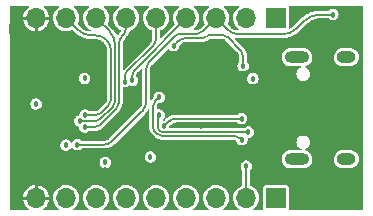
<source format=gbr>
%TF.GenerationSoftware,KiCad,Pcbnew,(6.0.0)*%
%TF.CreationDate,2022-01-12T23:40:10-08:00*%
%TF.ProjectId,lofive-unchained,6c6f6669-7665-42d7-956e-636861696e65,rev?*%
%TF.SameCoordinates,Original*%
%TF.FileFunction,Copper,L4,Bot*%
%TF.FilePolarity,Positive*%
%FSLAX46Y46*%
G04 Gerber Fmt 4.6, Leading zero omitted, Abs format (unit mm)*
G04 Created by KiCad (PCBNEW (6.0.0)) date 2022-01-12 23:40:10*
%MOMM*%
%LPD*%
G01*
G04 APERTURE LIST*
%TA.AperFunction,ComponentPad*%
%ADD10O,2.100000X1.000000*%
%TD*%
%TA.AperFunction,ComponentPad*%
%ADD11O,1.600000X1.000000*%
%TD*%
%TA.AperFunction,ComponentPad*%
%ADD12R,1.700000X1.700000*%
%TD*%
%TA.AperFunction,ComponentPad*%
%ADD13O,1.700000X1.700000*%
%TD*%
%TA.AperFunction,ComponentPad*%
%ADD14R,0.500000X0.900000*%
%TD*%
%TA.AperFunction,ViaPad*%
%ADD15C,0.457200*%
%TD*%
%TA.AperFunction,Conductor*%
%ADD16C,0.127000*%
%TD*%
G04 APERTURE END LIST*
D10*
%TO.P,J3,S1,SHIELD*%
%TO.N,Net-(J3-PadS1)*%
X141453200Y-70612600D03*
X141453200Y-79252600D03*
D11*
X145633200Y-70612600D03*
X145633200Y-79252600D03*
%TD*%
D12*
%TO.P,J1,1,Pin_1*%
%TO.N,VBUS*%
X139690000Y-67310000D03*
D13*
%TO.P,J1,2,Pin_2*%
%TO.N,+3V3*%
X137150000Y-67310000D03*
%TO.P,J1,3,Pin_3*%
%TO.N,/EN*%
X134610000Y-67310000D03*
%TO.P,J1,4,Pin_4*%
%TO.N,/GPIO20*%
X132070000Y-67310000D03*
%TO.P,J1,5,Pin_5*%
%TO.N,/GPIO21*%
X129530000Y-67310000D03*
%TO.P,J1,6,Pin_6*%
%TO.N,/GPIO2*%
X126990000Y-67310000D03*
%TO.P,J1,7,Pin_7*%
%TO.N,/GPIO1*%
X124450000Y-67310000D03*
%TO.P,J1,8,Pin_8*%
%TO.N,/GPIO0*%
X121910000Y-67310000D03*
%TO.P,J1,9,Pin_9*%
%TO.N,GND*%
X119370000Y-67310000D03*
%TD*%
D12*
%TO.P,J2,1,Pin_1*%
%TO.N,/GPIO10*%
X139690000Y-82550000D03*
D13*
%TO.P,J2,2,Pin_2*%
%TO.N,/GPIO9*%
X137150000Y-82550000D03*
%TO.P,J2,3,Pin_3*%
%TO.N,/GPIO8*%
X134610000Y-82550000D03*
%TO.P,J2,4,Pin_4*%
%TO.N,/GPIO7*%
X132070000Y-82550000D03*
%TO.P,J2,5,Pin_5*%
%TO.N,/GPIO6*%
X129530000Y-82550000D03*
%TO.P,J2,6,Pin_6*%
%TO.N,/GPIO5*%
X126990000Y-82550000D03*
%TO.P,J2,7,Pin_7*%
%TO.N,/GPIO4*%
X124450000Y-82550000D03*
%TO.P,J2,8,Pin_8*%
%TO.N,/GPIO3*%
X121910000Y-82550000D03*
%TO.P,J2,9,Pin_9*%
%TO.N,GND*%
X119370000Y-82550000D03*
%TD*%
D14*
%TO.P,AE1,2,Shield*%
%TO.N,GND*%
X117348000Y-68258000D03*
%TD*%
D15*
%TO.N,GND*%
X123088400Y-73228200D03*
X124053600Y-73228200D03*
X129997200Y-79070200D03*
X117678200Y-73939400D03*
X125069600Y-77292200D03*
X123190000Y-83261200D03*
X144488000Y-68643400D03*
X136753600Y-74904600D03*
X120650000Y-83261200D03*
X117703600Y-74980800D03*
X119354600Y-73329800D03*
X144488000Y-82816600D03*
X117627400Y-82575400D03*
X118389400Y-76733400D03*
X118389400Y-80162400D03*
X117729000Y-77266800D03*
X117703600Y-79476600D03*
X118491000Y-69621400D03*
X117449600Y-69392800D03*
X121056400Y-71094600D03*
X117703600Y-72872600D03*
X135890000Y-83261200D03*
X131876800Y-78384400D03*
X134569200Y-79756000D03*
X117424200Y-67056000D03*
X120980200Y-72034400D03*
X127101600Y-69062600D03*
X118364000Y-73329800D03*
X123164600Y-66624200D03*
X118008400Y-68260000D03*
X121691400Y-76172200D03*
X134747000Y-74599800D03*
X130276600Y-71983600D03*
X122478800Y-72567800D03*
X131902200Y-74599800D03*
X117754400Y-76149200D03*
X118313200Y-72263000D03*
X130810000Y-83261200D03*
X117703600Y-71628000D03*
X128092200Y-77266800D03*
X134543800Y-69367400D03*
X125755400Y-83261200D03*
X125069600Y-74269600D03*
X139319000Y-78130400D03*
X126619000Y-75802882D03*
X133350000Y-83261200D03*
X135864600Y-66624200D03*
X134747000Y-78359000D03*
X128270000Y-83261200D03*
X117703600Y-78308200D03*
X128244600Y-66624200D03*
X119176800Y-70129400D03*
X124561600Y-70231000D03*
X125730000Y-66624200D03*
X118364000Y-75565000D03*
X118364000Y-78917800D03*
X131114800Y-72161400D03*
X138125200Y-77190600D03*
X119862600Y-77063600D03*
X138607800Y-71475600D03*
X118389400Y-74447400D03*
X121843800Y-71932800D03*
X137160000Y-78841600D03*
X133324600Y-76454000D03*
X133324600Y-66624200D03*
X128117600Y-74244892D03*
X120624600Y-66624200D03*
X119354600Y-68986400D03*
X118414800Y-81432400D03*
X120370600Y-70459600D03*
X120370600Y-74193400D03*
X130784600Y-66624200D03*
X131013200Y-70637400D03*
X118389400Y-77800200D03*
X117678200Y-80772000D03*
X125223965Y-80178356D03*
X122301000Y-69977000D03*
X119964200Y-76172200D03*
X140030200Y-71145400D03*
%TO.N,+3V3*%
X129043600Y-79058600D03*
X121894600Y-78054200D03*
X131013200Y-69646800D03*
X123469400Y-72415400D03*
X137718800Y-72440800D03*
X136880500Y-71348700D03*
X125216299Y-79521698D03*
X119354600Y-74572000D03*
%TO.N,/EN*%
X144475200Y-67005200D03*
X122859800Y-78028800D03*
%TO.N,/GPIO0*%
X123507678Y-75511927D03*
%TO.N,/GPIO1*%
X123074500Y-76005500D03*
%TO.N,/GPIO2*%
X123469400Y-76530200D03*
%TO.N,/GPIO9*%
X137160000Y-79832200D03*
%TO.N,/GPIO20*%
X127498035Y-72577811D03*
%TO.N,/GPIO21*%
X126849240Y-72679411D03*
%TO.N,Net-(U1-Pad20)*%
X136753600Y-75819000D03*
X130150022Y-76481315D03*
%TO.N,Net-(U1-Pad21)*%
X137337800Y-76962000D03*
X129768600Y-75511906D03*
%TO.N,Net-(U1-Pad24)*%
X136779000Y-77597000D03*
X129768600Y-74015600D03*
%TD*%
D16*
%TO.N,+3V3*%
X133819900Y-68846700D02*
X133816444Y-68850155D01*
X136652000Y-69977000D02*
X135587005Y-68912005D01*
X135153400Y-68732400D02*
X134041963Y-68732400D01*
X136880500Y-71348700D02*
X136880500Y-70528647D01*
X133426200Y-69011800D02*
X132003800Y-69011800D01*
X133858000Y-68808600D02*
X133819900Y-68846700D01*
X131396753Y-69263247D02*
X131013200Y-69646800D01*
X135153400Y-68732401D02*
G75*
G02*
X135587005Y-68912005I-1J-613213D01*
G01*
X131396753Y-69263247D02*
G75*
G02*
X132003800Y-69011800I607048J-607050D01*
G01*
X133426200Y-69011800D02*
G75*
G03*
X133816444Y-68850155I1J551883D01*
G01*
X133858000Y-68808600D02*
G75*
G02*
X134041963Y-68732400I183960J-183955D01*
G01*
X136652000Y-69977000D02*
G75*
G02*
X136880500Y-70528647I-551645J-551646D01*
G01*
%TO.N,/EN*%
X133497655Y-68422345D02*
X134610000Y-67310000D01*
X131048593Y-68900208D02*
X131013200Y-68935600D01*
X136416102Y-68656200D02*
X140344464Y-68656200D01*
X128905000Y-71043800D02*
X131013200Y-68935600D01*
X128358900Y-75145900D02*
X128371071Y-75133728D01*
X131699000Y-68630800D02*
X132994400Y-68630800D01*
X134610000Y-67310000D02*
X135631000Y-68331000D01*
X128676400Y-74396600D02*
X128676400Y-71595689D01*
X125755400Y-77749400D02*
X128358900Y-75145900D01*
X141325600Y-68249800D02*
X141959542Y-67615858D01*
X122859800Y-78028800D02*
X125080869Y-78028800D01*
X143433800Y-67005200D02*
X144475200Y-67005200D01*
X136416102Y-68656200D02*
G75*
G02*
X135631000Y-68331000I2J1110305D01*
G01*
X143433800Y-67005200D02*
G75*
G03*
X141959542Y-67615858I3J-2084922D01*
G01*
X128676400Y-74396600D02*
G75*
G02*
X128371071Y-75133728I-1042450J-2D01*
G01*
X133497655Y-68422345D02*
G75*
G02*
X132994400Y-68630800I-503256J503257D01*
G01*
X128905000Y-71043800D02*
G75*
G03*
X128676400Y-71595689I551887J-551888D01*
G01*
X141325600Y-68249800D02*
G75*
G02*
X140344464Y-68656200I-981136J981136D01*
G01*
X125755400Y-77749400D02*
G75*
G02*
X125080869Y-78028800I-674529J674525D01*
G01*
X131048593Y-68900208D02*
G75*
G02*
X131699000Y-68630800I650407J-650406D01*
G01*
%TO.N,/GPIO0*%
X125501400Y-74676000D02*
X124815600Y-75361800D01*
X125345390Y-69185990D02*
X125323600Y-69164200D01*
X125704600Y-70281800D02*
X125704600Y-70084015D01*
X122664300Y-68064300D02*
X121910000Y-67310000D01*
X125704600Y-70053200D02*
X125704600Y-70281800D01*
X122919676Y-68319677D02*
X122664300Y-68064300D01*
X124453162Y-75511927D02*
X123507678Y-75511927D01*
X125704600Y-70281800D02*
X125704600Y-74185432D01*
X124342464Y-68757800D02*
X123977400Y-68757800D01*
X124342464Y-68757801D02*
G75*
G02*
X125323599Y-69164201I0J-1387535D01*
G01*
X122919676Y-68319677D02*
G75*
G03*
X123977400Y-68757800I1057727J1057732D01*
G01*
X125323600Y-69164200D02*
G75*
G02*
X125704600Y-70084015I-919808J-919812D01*
G01*
X124453162Y-75511926D02*
G75*
G03*
X124815599Y-75361799I-1J512566D01*
G01*
X125501400Y-74676000D02*
G75*
G03*
X125704600Y-74185432I-490571J490569D01*
G01*
%TO.N,/GPIO1*%
X125583974Y-68443974D02*
X124450000Y-67310000D01*
X123074500Y-76005500D02*
X124444631Y-76005500D01*
X124802900Y-75857100D02*
X125857000Y-74803000D01*
X126031120Y-74382638D02*
X126031120Y-69523480D01*
X124802900Y-75857100D02*
G75*
G02*
X124444631Y-76005500I-358266J358262D01*
G01*
X126031119Y-74382638D02*
G75*
G02*
X125856999Y-74802999I-594478J-1D01*
G01*
X125583974Y-68443974D02*
G75*
G02*
X126031120Y-69523480I-1079503J-1079505D01*
G01*
%TO.N,/GPIO2*%
X123469400Y-76530200D02*
X124361315Y-76530200D01*
X126357640Y-74472442D02*
X126357640Y-69603855D01*
X124754385Y-76367385D02*
X126151385Y-74970385D01*
X126734071Y-68695071D02*
X126810271Y-68618871D01*
X126990000Y-68184967D02*
X126990000Y-67310000D01*
X126357639Y-74472442D02*
G75*
G02*
X126151384Y-74970384I-704201J2D01*
G01*
X124754385Y-76367385D02*
G75*
G02*
X124361315Y-76530200I-393066J393060D01*
G01*
X126989999Y-68184967D02*
G75*
G02*
X126810270Y-68618870I-613627J-2D01*
G01*
X126734071Y-68695071D02*
G75*
G03*
X126357640Y-69603855I908782J-908784D01*
G01*
%TO.N,/GPIO9*%
X137150000Y-79842200D02*
X137150000Y-82550000D01*
X137160000Y-79832200D02*
X137150000Y-79842200D01*
%TO.N,/GPIO20*%
X127498035Y-72577811D02*
X127498035Y-72176354D01*
X127706200Y-71673800D02*
X132070000Y-67310000D01*
X127706200Y-71673800D02*
G75*
G03*
X127498035Y-72176354I502551J-502553D01*
G01*
%TO.N,/GPIO21*%
X126849240Y-72261360D02*
X126849240Y-72679411D01*
X129530000Y-67310000D02*
X129530000Y-68971000D01*
X129242632Y-69664768D02*
X126992924Y-71914476D01*
X126849241Y-72261360D02*
G75*
G02*
X126992924Y-71914476I490566J1D01*
G01*
X129242632Y-69664768D02*
G75*
G03*
X129530000Y-68971000I-693776J693771D01*
G01*
%TO.N,Net-(U1-Pad20)*%
X136753600Y-75819000D02*
X131227082Y-75819000D01*
X130519069Y-76112269D02*
X130150022Y-76481315D01*
X130519069Y-76112269D02*
G75*
G02*
X131227082Y-75819000I708010J-708003D01*
G01*
%TO.N,Net-(U1-Pad21)*%
X137326874Y-76972926D02*
X130115753Y-76972926D01*
X129826632Y-76853168D02*
X129775832Y-76802368D01*
X129658411Y-76518889D02*
X129658411Y-75622095D01*
X129658411Y-75622095D02*
X129768600Y-75511906D01*
X137337800Y-76962000D02*
X137326874Y-76972926D01*
X129826632Y-76853168D02*
G75*
G03*
X130115753Y-76972926I289121J289120D01*
G01*
X129658412Y-76518889D02*
G75*
G03*
X129775833Y-76802367I400894J-2D01*
G01*
%TO.N,Net-(U1-Pad24)*%
X136696972Y-77514972D02*
X136779000Y-77597000D01*
X129633847Y-77122153D02*
X129367147Y-76855453D01*
X136176646Y-77299446D02*
X130061870Y-77299446D01*
X129276989Y-76637793D02*
X129276989Y-74753441D01*
X129451100Y-74333100D02*
X129768600Y-74015600D01*
X136696972Y-77514972D02*
G75*
G03*
X136176646Y-77299446I-520325J-520324D01*
G01*
X129276990Y-76637793D02*
G75*
G03*
X129367147Y-76855453I307805J-5D01*
G01*
X129633847Y-77122153D02*
G75*
G03*
X130061870Y-77299446I428024J428025D01*
G01*
X129451100Y-74333100D02*
G75*
G03*
X129276989Y-74753441I420345J-420343D01*
G01*
%TD*%
%TA.AperFunction,Conductor*%
%TO.N,GND*%
G36*
X118735259Y-66312306D02*
G01*
X118753565Y-66356500D01*
X118735259Y-66400694D01*
X118723023Y-66410212D01*
X118720770Y-66411553D01*
X118716148Y-66414911D01*
X118567910Y-66544912D01*
X118563983Y-66549050D01*
X118441913Y-66703895D01*
X118438809Y-66708674D01*
X118346998Y-66883177D01*
X118344819Y-66888437D01*
X118286346Y-67076752D01*
X118285162Y-67082322D01*
X118274707Y-67170655D01*
X118277290Y-67179811D01*
X118282984Y-67183000D01*
X120454629Y-67183000D01*
X120463419Y-67179359D01*
X120466125Y-67172826D01*
X120460426Y-67110805D01*
X120459385Y-67105187D01*
X120405867Y-66915424D01*
X120403824Y-66910102D01*
X120316616Y-66733261D01*
X120313630Y-66728389D01*
X120195664Y-66570414D01*
X120191841Y-66566169D01*
X120047060Y-66432334D01*
X120042525Y-66428854D01*
X120011626Y-66409358D01*
X119984018Y-66370294D01*
X119992119Y-66323149D01*
X120031183Y-66295541D01*
X120044977Y-66294000D01*
X121230086Y-66294000D01*
X121274280Y-66312306D01*
X121292586Y-66356500D01*
X121274280Y-66400694D01*
X121262044Y-66410212D01*
X121258010Y-66412612D01*
X121105392Y-66546455D01*
X121103616Y-66548708D01*
X121103615Y-66548709D01*
X120997518Y-66683293D01*
X120979720Y-66705869D01*
X120967872Y-66728389D01*
X120894305Y-66868216D01*
X120885203Y-66885515D01*
X120884356Y-66888242D01*
X120884355Y-66888245D01*
X120876828Y-66912487D01*
X120825007Y-67079378D01*
X120801148Y-67280964D01*
X120804907Y-67338317D01*
X120812732Y-67457699D01*
X120814424Y-67483522D01*
X120864392Y-67680269D01*
X120949377Y-67864616D01*
X121066533Y-68030389D01*
X121068587Y-68032390D01*
X121068588Y-68032391D01*
X121129924Y-68092141D01*
X121211938Y-68172035D01*
X121380720Y-68284812D01*
X121452754Y-68315760D01*
X121564588Y-68363808D01*
X121564590Y-68363809D01*
X121567228Y-68364942D01*
X121648359Y-68383300D01*
X121762426Y-68409111D01*
X121762429Y-68409111D01*
X121765216Y-68409742D01*
X121852128Y-68413157D01*
X121965193Y-68417600D01*
X121965197Y-68417600D01*
X121968053Y-68417712D01*
X121974647Y-68416756D01*
X122065595Y-68403569D01*
X122168945Y-68388584D01*
X122361165Y-68323334D01*
X122387022Y-68308853D01*
X122391967Y-68306084D01*
X122439471Y-68300462D01*
X122466700Y-68316421D01*
X122671274Y-68520995D01*
X122678277Y-68529340D01*
X122691348Y-68548007D01*
X122696169Y-68551382D01*
X122701530Y-68555589D01*
X122870831Y-68704062D01*
X122872525Y-68705194D01*
X122872529Y-68705197D01*
X123066836Y-68835029D01*
X123066842Y-68835033D01*
X123068531Y-68836161D01*
X123281782Y-68941324D01*
X123283713Y-68941979D01*
X123283719Y-68941982D01*
X123505001Y-69017098D01*
X123505003Y-69017099D01*
X123506934Y-69017754D01*
X123740137Y-69064141D01*
X123742171Y-69064274D01*
X123742176Y-69064275D01*
X123964842Y-69078869D01*
X123971597Y-69079683D01*
X123977399Y-69080706D01*
X123986553Y-69079092D01*
X123999834Y-69076750D01*
X124010687Y-69075800D01*
X124309176Y-69075800D01*
X124320028Y-69076750D01*
X124342464Y-69080706D01*
X124347847Y-69079757D01*
X124347848Y-69079757D01*
X124353870Y-69078695D01*
X124369626Y-69077939D01*
X124504873Y-69088583D01*
X124514558Y-69090117D01*
X124668182Y-69126999D01*
X124677510Y-69130029D01*
X124823483Y-69190492D01*
X124832216Y-69194942D01*
X124901474Y-69237384D01*
X124966926Y-69277493D01*
X124974859Y-69283256D01*
X125035098Y-69334706D01*
X125078025Y-69371370D01*
X125088631Y-69383047D01*
X125095271Y-69392530D01*
X125099750Y-69395666D01*
X125099752Y-69395668D01*
X125104765Y-69399178D01*
X125116442Y-69409785D01*
X125195703Y-69502588D01*
X125201468Y-69510522D01*
X125261965Y-69609243D01*
X125276911Y-69633633D01*
X125281357Y-69642356D01*
X125336620Y-69775773D01*
X125339646Y-69785090D01*
X125369184Y-69908123D01*
X125373352Y-69925486D01*
X125374886Y-69935172D01*
X125384462Y-70056851D01*
X125383706Y-70072602D01*
X125381694Y-70084014D01*
X125382644Y-70089402D01*
X125385650Y-70106449D01*
X125386600Y-70117302D01*
X125386600Y-74152144D01*
X125385650Y-74162996D01*
X125381694Y-74185432D01*
X125382644Y-74190818D01*
X125382833Y-74191890D01*
X125383247Y-74210899D01*
X125374870Y-74274530D01*
X125370647Y-74290290D01*
X125363282Y-74308070D01*
X125340400Y-74363313D01*
X125339405Y-74365714D01*
X125331248Y-74379843D01*
X125292179Y-74430760D01*
X125278444Y-74443909D01*
X125273071Y-74447671D01*
X125269934Y-74452151D01*
X125260004Y-74466333D01*
X125253001Y-74474679D01*
X124614283Y-75113397D01*
X124605938Y-75120400D01*
X124591752Y-75130333D01*
X124591751Y-75130334D01*
X124587271Y-75133471D01*
X124583514Y-75138837D01*
X124570365Y-75152573D01*
X124556972Y-75162850D01*
X124542845Y-75171006D01*
X124511117Y-75184149D01*
X124495360Y-75188370D01*
X124478625Y-75190573D01*
X124459617Y-75190159D01*
X124458546Y-75189970D01*
X124458543Y-75189970D01*
X124453161Y-75189021D01*
X124430726Y-75192977D01*
X124419873Y-75193927D01*
X123900072Y-75193927D01*
X123852724Y-75172224D01*
X123831428Y-75147509D01*
X123831426Y-75147507D01*
X123828522Y-75144137D01*
X123712399Y-75068870D01*
X123708066Y-75067574D01*
X123603392Y-75036270D01*
X123579819Y-75029220D01*
X123510629Y-75028797D01*
X123445893Y-75028402D01*
X123445892Y-75028402D01*
X123441440Y-75028375D01*
X123308385Y-75066402D01*
X123191351Y-75140245D01*
X123188408Y-75143577D01*
X123188406Y-75143579D01*
X123113754Y-75228107D01*
X123099747Y-75243967D01*
X123097855Y-75247997D01*
X123042828Y-75365199D01*
X123042827Y-75365202D01*
X123040936Y-75369230D01*
X123040251Y-75373629D01*
X123023721Y-75479793D01*
X122998834Y-75520644D01*
X122979140Y-75530271D01*
X122875207Y-75559975D01*
X122758173Y-75633818D01*
X122755230Y-75637150D01*
X122755228Y-75637152D01*
X122719187Y-75677961D01*
X122666569Y-75737540D01*
X122664677Y-75741570D01*
X122609650Y-75858772D01*
X122609649Y-75858775D01*
X122607758Y-75862803D01*
X122586468Y-75999537D01*
X122604411Y-76136751D01*
X122606204Y-76140826D01*
X122657346Y-76257054D01*
X122660144Y-76263414D01*
X122749187Y-76369343D01*
X122752892Y-76371809D01*
X122752894Y-76371811D01*
X122833798Y-76425665D01*
X122864381Y-76446023D01*
X122903814Y-76458343D01*
X122938078Y-76469048D01*
X122974803Y-76499700D01*
X122980704Y-76524324D01*
X122981368Y-76524237D01*
X122999311Y-76661451D01*
X123001104Y-76665526D01*
X123044174Y-76763409D01*
X123055044Y-76788114D01*
X123082655Y-76820961D01*
X123133248Y-76881148D01*
X123144087Y-76894043D01*
X123147792Y-76896509D01*
X123147794Y-76896511D01*
X123239843Y-76957784D01*
X123259281Y-76970723D01*
X123391367Y-77011990D01*
X123395817Y-77012072D01*
X123395820Y-77012072D01*
X123525279Y-77014444D01*
X123525282Y-77014444D01*
X123529726Y-77014525D01*
X123589151Y-76998324D01*
X123658934Y-76979300D01*
X123658937Y-76979299D01*
X123663235Y-76978127D01*
X123667031Y-76975796D01*
X123667034Y-76975795D01*
X123777364Y-76908051D01*
X123781162Y-76905719D01*
X123814617Y-76868758D01*
X123860955Y-76848200D01*
X124328025Y-76848200D01*
X124338880Y-76849150D01*
X124361313Y-76853106D01*
X124380949Y-76849644D01*
X124386871Y-76848890D01*
X124498442Y-76840110D01*
X124500829Y-76839537D01*
X124500835Y-76839536D01*
X124586468Y-76818978D01*
X124632195Y-76808000D01*
X124661879Y-76795704D01*
X124757002Y-76756303D01*
X124757005Y-76756302D01*
X124759278Y-76755360D01*
X124876561Y-76683488D01*
X124878426Y-76681896D01*
X124878429Y-76681893D01*
X124939533Y-76629704D01*
X124961658Y-76610807D01*
X124966399Y-76607137D01*
X124978236Y-76598849D01*
X124982716Y-76595712D01*
X124995784Y-76577049D01*
X125002786Y-76568704D01*
X126352706Y-75218784D01*
X126361052Y-75211781D01*
X126375232Y-75201852D01*
X126379714Y-75198714D01*
X126388415Y-75186288D01*
X126392068Y-75181570D01*
X126482974Y-75075132D01*
X126486812Y-75068870D01*
X126565756Y-74940044D01*
X126565757Y-74940041D01*
X126567042Y-74937945D01*
X126567981Y-74935677D01*
X126567985Y-74935670D01*
X126627673Y-74791569D01*
X126628615Y-74789295D01*
X126666176Y-74632844D01*
X126677157Y-74493319D01*
X126677913Y-74487370D01*
X126679596Y-74477828D01*
X126680546Y-74472443D01*
X126676590Y-74450007D01*
X126675640Y-74439155D01*
X126675640Y-73216349D01*
X126693946Y-73172155D01*
X126738140Y-73153849D01*
X126756778Y-73156693D01*
X126771207Y-73161201D01*
X126775657Y-73161283D01*
X126775660Y-73161283D01*
X126905119Y-73163655D01*
X126905122Y-73163655D01*
X126909566Y-73163736D01*
X126968991Y-73147535D01*
X127038774Y-73128511D01*
X127038777Y-73128510D01*
X127043075Y-73127338D01*
X127046871Y-73125007D01*
X127046874Y-73125006D01*
X127157204Y-73057262D01*
X127161002Y-73054930D01*
X127187426Y-73025738D01*
X127193252Y-73019302D01*
X127236481Y-72998822D01*
X127274220Y-73009217D01*
X127287916Y-73018334D01*
X127420002Y-73059601D01*
X127424452Y-73059683D01*
X127424455Y-73059683D01*
X127553914Y-73062055D01*
X127553917Y-73062055D01*
X127558361Y-73062136D01*
X127617786Y-73045935D01*
X127687569Y-73026911D01*
X127687572Y-73026910D01*
X127691870Y-73025738D01*
X127695666Y-73023407D01*
X127695669Y-73023406D01*
X127805999Y-72955662D01*
X127809797Y-72953330D01*
X127902662Y-72850735D01*
X127962999Y-72726200D01*
X127968309Y-72694640D01*
X127980557Y-72621833D01*
X127985957Y-72589736D01*
X127986018Y-72584799D01*
X127986073Y-72580225D01*
X127986103Y-72577811D01*
X127966485Y-72440827D01*
X127909209Y-72314854D01*
X127906305Y-72311484D01*
X127906302Y-72311479D01*
X127835013Y-72228744D01*
X127821316Y-72187207D01*
X127819991Y-72187207D01*
X127819991Y-72181742D01*
X127820941Y-72176354D01*
X127819802Y-72169895D01*
X127819388Y-72150888D01*
X127828342Y-72082870D01*
X127832565Y-72067109D01*
X127861297Y-71997743D01*
X127865500Y-71987596D01*
X127873654Y-71973473D01*
X127915423Y-71919037D01*
X127929156Y-71905891D01*
X127930050Y-71905265D01*
X127934529Y-71902129D01*
X127947597Y-71883466D01*
X127954599Y-71875121D01*
X128250691Y-71579029D01*
X128294885Y-71560723D01*
X128339079Y-71579029D01*
X128356434Y-71612365D01*
X128357450Y-71618124D01*
X128358400Y-71628977D01*
X128358400Y-74363313D01*
X128357450Y-74374165D01*
X128353494Y-74396601D01*
X128355153Y-74406011D01*
X128355802Y-74422983D01*
X128346317Y-74519289D01*
X128345084Y-74531807D01*
X128342695Y-74543820D01*
X128314963Y-74635238D01*
X128305040Y-74667950D01*
X128300351Y-74679269D01*
X128242912Y-74786730D01*
X128239210Y-74793655D01*
X128232403Y-74803843D01*
X128198689Y-74844924D01*
X128163029Y-74888375D01*
X128150566Y-74899920D01*
X128142743Y-74905398D01*
X128133680Y-74918342D01*
X128129670Y-74924068D01*
X128122667Y-74932413D01*
X125554082Y-77500998D01*
X125545737Y-77508001D01*
X125531551Y-77517934D01*
X125531550Y-77517935D01*
X125527070Y-77521072D01*
X125521594Y-77528893D01*
X125510047Y-77541358D01*
X125438930Y-77599723D01*
X125428743Y-77606530D01*
X125419816Y-77611301D01*
X125329660Y-77659490D01*
X125318340Y-77664179D01*
X125210818Y-77696796D01*
X125198809Y-77699184D01*
X125107252Y-77708202D01*
X125090280Y-77707553D01*
X125080870Y-77705894D01*
X125075482Y-77706844D01*
X125058435Y-77709850D01*
X125047582Y-77710800D01*
X123252194Y-77710800D01*
X123204846Y-77689097D01*
X123183550Y-77664382D01*
X123183548Y-77664380D01*
X123180644Y-77661010D01*
X123064521Y-77585743D01*
X122931941Y-77546093D01*
X122862751Y-77545670D01*
X122798015Y-77545275D01*
X122798014Y-77545275D01*
X122793562Y-77545248D01*
X122660507Y-77583275D01*
X122543473Y-77657118D01*
X122540530Y-77660450D01*
X122540528Y-77660452D01*
X122469392Y-77740999D01*
X122451869Y-77760840D01*
X122449977Y-77764870D01*
X122428112Y-77811440D01*
X122392759Y-77843665D01*
X122344975Y-77841453D01*
X122314642Y-77810747D01*
X122307617Y-77795295D01*
X122307615Y-77795291D01*
X122305774Y-77791243D01*
X122215444Y-77686410D01*
X122099321Y-77611143D01*
X122091815Y-77608898D01*
X122022485Y-77588164D01*
X121966741Y-77571493D01*
X121897551Y-77571070D01*
X121832815Y-77570675D01*
X121832814Y-77570675D01*
X121828362Y-77570648D01*
X121695307Y-77608675D01*
X121578273Y-77682518D01*
X121575330Y-77685850D01*
X121575328Y-77685852D01*
X121509101Y-77760840D01*
X121486669Y-77786240D01*
X121484777Y-77790270D01*
X121429750Y-77907472D01*
X121429749Y-77907475D01*
X121427858Y-77911503D01*
X121406568Y-78048237D01*
X121407145Y-78052650D01*
X121407145Y-78052651D01*
X121410563Y-78078790D01*
X121424511Y-78185451D01*
X121426304Y-78189526D01*
X121469346Y-78287346D01*
X121480244Y-78312114D01*
X121499503Y-78335025D01*
X121550011Y-78395111D01*
X121569287Y-78418043D01*
X121572992Y-78420509D01*
X121572994Y-78420511D01*
X121642614Y-78466854D01*
X121684481Y-78494723D01*
X121816567Y-78535990D01*
X121821017Y-78536072D01*
X121821020Y-78536072D01*
X121950479Y-78538444D01*
X121950482Y-78538444D01*
X121954926Y-78538525D01*
X122014351Y-78522324D01*
X122084134Y-78503300D01*
X122084137Y-78503299D01*
X122088435Y-78502127D01*
X122092231Y-78499796D01*
X122092234Y-78499795D01*
X122202564Y-78432051D01*
X122206362Y-78429719D01*
X122299227Y-78327124D01*
X122326195Y-78271462D01*
X122361938Y-78239672D01*
X122409692Y-78242467D01*
X122439648Y-78273542D01*
X122443650Y-78282638D01*
X122443652Y-78282641D01*
X122445444Y-78286714D01*
X122534487Y-78392643D01*
X122538192Y-78395109D01*
X122538194Y-78395111D01*
X122590185Y-78429719D01*
X122649681Y-78469323D01*
X122781767Y-78510590D01*
X122786217Y-78510672D01*
X122786220Y-78510672D01*
X122915679Y-78513044D01*
X122915682Y-78513044D01*
X122920126Y-78513125D01*
X122992687Y-78493343D01*
X123049334Y-78477900D01*
X123049337Y-78477899D01*
X123053635Y-78476727D01*
X123057431Y-78474396D01*
X123057434Y-78474395D01*
X123167764Y-78406651D01*
X123171562Y-78404319D01*
X123205017Y-78367358D01*
X123251355Y-78346800D01*
X125047580Y-78346800D01*
X125058432Y-78347750D01*
X125080868Y-78351706D01*
X125087888Y-78350468D01*
X125093828Y-78349713D01*
X125280458Y-78335025D01*
X125475133Y-78288288D01*
X125595587Y-78238394D01*
X125657823Y-78212615D01*
X125657826Y-78212614D01*
X125660099Y-78211672D01*
X125674922Y-78202589D01*
X125828709Y-78108348D01*
X125828711Y-78108347D01*
X125830804Y-78107064D01*
X125860941Y-78081325D01*
X125973157Y-77985483D01*
X125977897Y-77981813D01*
X125979247Y-77980867D01*
X125983730Y-77977728D01*
X125996798Y-77959065D01*
X126003800Y-77950720D01*
X128564093Y-75390427D01*
X128564096Y-75390425D01*
X128572396Y-75382125D01*
X128580741Y-75375122D01*
X128581027Y-75374922D01*
X128599399Y-75362058D01*
X128602536Y-75357578D01*
X128602540Y-75357574D01*
X128607892Y-75349931D01*
X128612097Y-75344573D01*
X128714234Y-75228107D01*
X128715581Y-75226571D01*
X128720785Y-75218784D01*
X128813523Y-75079991D01*
X128814661Y-75078288D01*
X128818122Y-75071270D01*
X128840435Y-75026024D01*
X128876399Y-74994484D01*
X128924132Y-74997613D01*
X128955672Y-75033577D01*
X128958989Y-75053667D01*
X128958989Y-76604501D01*
X128958039Y-76615355D01*
X128954083Y-76637788D01*
X128955032Y-76643171D01*
X128955032Y-76643173D01*
X128957925Y-76659582D01*
X128958573Y-76664307D01*
X128967541Y-76755360D01*
X128968044Y-76760472D01*
X128968935Y-76763409D01*
X128996144Y-76853106D01*
X129003829Y-76878442D01*
X129061942Y-76987163D01*
X129123256Y-77061872D01*
X129126126Y-77065655D01*
X129135682Y-77079303D01*
X129135685Y-77079306D01*
X129138822Y-77083786D01*
X129143304Y-77086924D01*
X129157483Y-77096852D01*
X129165830Y-77103856D01*
X129385444Y-77323470D01*
X129392447Y-77331815D01*
X129394128Y-77334215D01*
X129405518Y-77350482D01*
X129420539Y-77361001D01*
X129425271Y-77364664D01*
X129517481Y-77443418D01*
X129519578Y-77444703D01*
X129639080Y-77517934D01*
X129641397Y-77519354D01*
X129643670Y-77520296D01*
X129643673Y-77520297D01*
X129744449Y-77562040D01*
X129775667Y-77574971D01*
X129916985Y-77608898D01*
X130017907Y-77616841D01*
X130037861Y-77618412D01*
X130043808Y-77619168D01*
X130056484Y-77621403D01*
X130056486Y-77621403D01*
X130061869Y-77622352D01*
X130084305Y-77618396D01*
X130095157Y-77617446D01*
X136143358Y-77617446D01*
X136154210Y-77618396D01*
X136176646Y-77622352D01*
X136184760Y-77620921D01*
X136186054Y-77620693D01*
X136203031Y-77620045D01*
X136246549Y-77624331D01*
X136288736Y-77646880D01*
X136302395Y-77678425D01*
X136303123Y-77683991D01*
X136308911Y-77728251D01*
X136310704Y-77732326D01*
X136352214Y-77826664D01*
X136364644Y-77854914D01*
X136453687Y-77960843D01*
X136457392Y-77963309D01*
X136457394Y-77963311D01*
X136549443Y-78024584D01*
X136568881Y-78037523D01*
X136700967Y-78078790D01*
X136705417Y-78078872D01*
X136705420Y-78078872D01*
X136834879Y-78081244D01*
X136834882Y-78081244D01*
X136839326Y-78081325D01*
X136898751Y-78065124D01*
X136968534Y-78046100D01*
X136968537Y-78046099D01*
X136972835Y-78044927D01*
X136976631Y-78042596D01*
X136976634Y-78042595D01*
X137086964Y-77974851D01*
X137090762Y-77972519D01*
X137183627Y-77869924D01*
X137243964Y-77745389D01*
X137246848Y-77728251D01*
X137265051Y-77620045D01*
X137266922Y-77608925D01*
X137267068Y-77597000D01*
X137259832Y-77546472D01*
X137255499Y-77516216D01*
X137267355Y-77469873D01*
X137308508Y-77445487D01*
X137318509Y-77444866D01*
X137349691Y-77445438D01*
X137393679Y-77446244D01*
X137393682Y-77446244D01*
X137398126Y-77446325D01*
X137457551Y-77430124D01*
X137527334Y-77411100D01*
X137527337Y-77411099D01*
X137531635Y-77409927D01*
X137535431Y-77407596D01*
X137535434Y-77407595D01*
X137645764Y-77339851D01*
X137649562Y-77337519D01*
X137742427Y-77234924D01*
X137802764Y-77110389D01*
X137803864Y-77103856D01*
X137819542Y-77010661D01*
X137825722Y-76973925D01*
X137825762Y-76970723D01*
X137825838Y-76964414D01*
X137825868Y-76962000D01*
X137806250Y-76825016D01*
X137748974Y-76699043D01*
X137658644Y-76594210D01*
X137654050Y-76591232D01*
X137546256Y-76521364D01*
X137546257Y-76521364D01*
X137542521Y-76518943D01*
X137409941Y-76479293D01*
X137340752Y-76478871D01*
X137276015Y-76478475D01*
X137276014Y-76478475D01*
X137271562Y-76478448D01*
X137138507Y-76516475D01*
X137021473Y-76590318D01*
X137018530Y-76593650D01*
X137018528Y-76593652D01*
X137003376Y-76610809D01*
X136986689Y-76629704D01*
X136983072Y-76633799D01*
X136936226Y-76654926D01*
X130684636Y-76654926D01*
X130640442Y-76636620D01*
X130622136Y-76592426D01*
X130623002Y-76582057D01*
X130637544Y-76495617D01*
X130637944Y-76493240D01*
X130638090Y-76481315D01*
X130637719Y-76478727D01*
X130637732Y-76478677D01*
X130637591Y-76476510D01*
X130638298Y-76476464D01*
X130649569Y-76432383D01*
X130655393Y-76425665D01*
X130720387Y-76360671D01*
X130728732Y-76353668D01*
X130742918Y-76343735D01*
X130742919Y-76343734D01*
X130747399Y-76340597D01*
X130752877Y-76332774D01*
X130764422Y-76320311D01*
X130842715Y-76256057D01*
X130852903Y-76249250D01*
X130960171Y-76191914D01*
X130971490Y-76187225D01*
X130997167Y-76179436D01*
X131087895Y-76151914D01*
X131099904Y-76149526D01*
X131200699Y-76139598D01*
X131217671Y-76140247D01*
X131227081Y-76141906D01*
X131249517Y-76137950D01*
X131260369Y-76137000D01*
X136360641Y-76137000D01*
X136404835Y-76155306D01*
X136408480Y-76159279D01*
X136428287Y-76182843D01*
X136431992Y-76185309D01*
X136431994Y-76185311D01*
X136524043Y-76246584D01*
X136543481Y-76259523D01*
X136675567Y-76300790D01*
X136680017Y-76300872D01*
X136680020Y-76300872D01*
X136809479Y-76303244D01*
X136809482Y-76303244D01*
X136813926Y-76303325D01*
X136873351Y-76287124D01*
X136943134Y-76268100D01*
X136943137Y-76268099D01*
X136947435Y-76266927D01*
X136951231Y-76264596D01*
X136951234Y-76264595D01*
X137061564Y-76196851D01*
X137065362Y-76194519D01*
X137158227Y-76091924D01*
X137218564Y-75967389D01*
X137223997Y-75935098D01*
X137241122Y-75833301D01*
X137241522Y-75830925D01*
X137241668Y-75819000D01*
X137222050Y-75682016D01*
X137164774Y-75556043D01*
X137074444Y-75451210D01*
X136958321Y-75375943D01*
X136935875Y-75369230D01*
X136911893Y-75362058D01*
X136825741Y-75336293D01*
X136756552Y-75335871D01*
X136691815Y-75335475D01*
X136691814Y-75335475D01*
X136687362Y-75335448D01*
X136554307Y-75373475D01*
X136437273Y-75447318D01*
X136434329Y-75450652D01*
X136434325Y-75450655D01*
X136408522Y-75479872D01*
X136361676Y-75501000D01*
X131260371Y-75501000D01*
X131249518Y-75500050D01*
X131245809Y-75499396D01*
X131227083Y-75496094D01*
X131221700Y-75497043D01*
X131221696Y-75497043D01*
X131211708Y-75498804D01*
X131204946Y-75499619D01*
X131056551Y-75509345D01*
X131056546Y-75509346D01*
X131054512Y-75509479D01*
X130884894Y-75543218D01*
X130882963Y-75543873D01*
X130882961Y-75543874D01*
X130723068Y-75598151D01*
X130723062Y-75598154D01*
X130721131Y-75598809D01*
X130566025Y-75675299D01*
X130564336Y-75676427D01*
X130564330Y-75676431D01*
X130423928Y-75770245D01*
X130423924Y-75770248D01*
X130422230Y-75771380D01*
X130308875Y-75870791D01*
X130303531Y-75874984D01*
X130290739Y-75883941D01*
X130287602Y-75888421D01*
X130287601Y-75888422D01*
X130277668Y-75902608D01*
X130270665Y-75910953D01*
X130201712Y-75979906D01*
X130157138Y-75998211D01*
X130118955Y-75997978D01*
X130074874Y-75979403D01*
X130056838Y-75935098D01*
X130075413Y-75891016D01*
X130077304Y-75889303D01*
X130080362Y-75887425D01*
X130173227Y-75784830D01*
X130233564Y-75660295D01*
X130237458Y-75637152D01*
X130253327Y-75542820D01*
X130256522Y-75523831D01*
X130256668Y-75511906D01*
X130237050Y-75374922D01*
X130179774Y-75248949D01*
X130089444Y-75144116D01*
X130081300Y-75138837D01*
X129990511Y-75079991D01*
X129973321Y-75068849D01*
X129961050Y-75065179D01*
X129927528Y-75055154D01*
X129840741Y-75029199D01*
X129771552Y-75028777D01*
X129706815Y-75028381D01*
X129706814Y-75028381D01*
X129702362Y-75028354D01*
X129674664Y-75036270D01*
X129627140Y-75030813D01*
X129597395Y-74993351D01*
X129594989Y-74976176D01*
X129594989Y-74786730D01*
X129595939Y-74775877D01*
X129598945Y-74758830D01*
X129599895Y-74753442D01*
X129598756Y-74746983D01*
X129598342Y-74727975D01*
X129603335Y-74690052D01*
X129607557Y-74674293D01*
X129628879Y-74622816D01*
X129637038Y-74608685D01*
X129654214Y-74586301D01*
X129660327Y-74578335D01*
X129674058Y-74565190D01*
X129679430Y-74561428D01*
X129692498Y-74542765D01*
X129699500Y-74534420D01*
X129716920Y-74517000D01*
X129762258Y-74498704D01*
X129824479Y-74499844D01*
X129824482Y-74499844D01*
X129828926Y-74499925D01*
X129888351Y-74483724D01*
X129958134Y-74464700D01*
X129958137Y-74464699D01*
X129962435Y-74463527D01*
X129966231Y-74461196D01*
X129966234Y-74461195D01*
X130076564Y-74393451D01*
X130080362Y-74391119D01*
X130173227Y-74288524D01*
X130233564Y-74163989D01*
X130234638Y-74157609D01*
X130256122Y-74029901D01*
X130256522Y-74027525D01*
X130256668Y-74015600D01*
X130237050Y-73878616D01*
X130179774Y-73752643D01*
X130089444Y-73647810D01*
X129973321Y-73572543D01*
X129840741Y-73532893D01*
X129771552Y-73532471D01*
X129706815Y-73532075D01*
X129706814Y-73532075D01*
X129702362Y-73532048D01*
X129569307Y-73570075D01*
X129452273Y-73643918D01*
X129449330Y-73647250D01*
X129449328Y-73647252D01*
X129445860Y-73651179D01*
X129360669Y-73747640D01*
X129358777Y-73751670D01*
X129303750Y-73868872D01*
X129303749Y-73868875D01*
X129301858Y-73872903D01*
X129280568Y-74009637D01*
X129281145Y-74014050D01*
X129281145Y-74014053D01*
X129281696Y-74018265D01*
X129269275Y-74064459D01*
X129263918Y-74070562D01*
X129249782Y-74084698D01*
X129241437Y-74091701D01*
X129227251Y-74101634D01*
X129227250Y-74101635D01*
X129222770Y-74104772D01*
X129219632Y-74109254D01*
X129212049Y-74120084D01*
X129208377Y-74124825D01*
X129130970Y-74215458D01*
X129129686Y-74217553D01*
X129129684Y-74217556D01*
X129110190Y-74249368D01*
X129071490Y-74277485D01*
X129024244Y-74270002D01*
X128996127Y-74231302D01*
X128994400Y-74216712D01*
X128994400Y-72434837D01*
X137230768Y-72434837D01*
X137231345Y-72439250D01*
X137231345Y-72439251D01*
X137233107Y-72452725D01*
X137248711Y-72572051D01*
X137250504Y-72576126D01*
X137293268Y-72673314D01*
X137304444Y-72698714D01*
X137330917Y-72730207D01*
X137374211Y-72781711D01*
X137393487Y-72804643D01*
X137397192Y-72807109D01*
X137397194Y-72807111D01*
X137466814Y-72853454D01*
X137508681Y-72881323D01*
X137640767Y-72922590D01*
X137645217Y-72922672D01*
X137645220Y-72922672D01*
X137774679Y-72925044D01*
X137774682Y-72925044D01*
X137779126Y-72925125D01*
X137838551Y-72908924D01*
X137908334Y-72889900D01*
X137908337Y-72889899D01*
X137912635Y-72888727D01*
X137916431Y-72886396D01*
X137916434Y-72886395D01*
X138026764Y-72818651D01*
X138030562Y-72816319D01*
X138123427Y-72713724D01*
X138183764Y-72589189D01*
X138185679Y-72577811D01*
X138206322Y-72455101D01*
X138206722Y-72452725D01*
X138206868Y-72440800D01*
X138187250Y-72303816D01*
X138129974Y-72177843D01*
X138039644Y-72073010D01*
X137923521Y-71997743D01*
X137790941Y-71958093D01*
X137721751Y-71957670D01*
X137657015Y-71957275D01*
X137657014Y-71957275D01*
X137652562Y-71957248D01*
X137519507Y-71995275D01*
X137402473Y-72069118D01*
X137399530Y-72072450D01*
X137399528Y-72072452D01*
X137333301Y-72147440D01*
X137310869Y-72172840D01*
X137308977Y-72176870D01*
X137253950Y-72294072D01*
X137253949Y-72294075D01*
X137252058Y-72298103D01*
X137230768Y-72434837D01*
X128994400Y-72434837D01*
X128994400Y-71628977D01*
X128995350Y-71618124D01*
X128998356Y-71601077D01*
X128999306Y-71595689D01*
X128997647Y-71586280D01*
X128996998Y-71569303D01*
X128997844Y-71560723D01*
X129002683Y-71511585D01*
X129005071Y-71499579D01*
X129027820Y-71424588D01*
X129032508Y-71413271D01*
X129069440Y-71344175D01*
X129076247Y-71333987D01*
X129113039Y-71289156D01*
X129125504Y-71277609D01*
X129128849Y-71275267D01*
X129128853Y-71275263D01*
X129133329Y-71272129D01*
X129146400Y-71253462D01*
X129153403Y-71245117D01*
X130503346Y-69895174D01*
X130547540Y-69876868D01*
X130591734Y-69895174D01*
X130598267Y-69903404D01*
X130598844Y-69904714D01*
X130601707Y-69908120D01*
X130601709Y-69908123D01*
X130624602Y-69935357D01*
X130687887Y-70010643D01*
X130691592Y-70013109D01*
X130691594Y-70013111D01*
X130757304Y-70056851D01*
X130803081Y-70087323D01*
X130935167Y-70128590D01*
X130939617Y-70128672D01*
X130939620Y-70128672D01*
X131069079Y-70131044D01*
X131069082Y-70131044D01*
X131073526Y-70131125D01*
X131144275Y-70111837D01*
X131202734Y-70095900D01*
X131202737Y-70095899D01*
X131207035Y-70094727D01*
X131210831Y-70092396D01*
X131210834Y-70092395D01*
X131321164Y-70024651D01*
X131324962Y-70022319D01*
X131417827Y-69919724D01*
X131478164Y-69795189D01*
X131481433Y-69775762D01*
X131500722Y-69661101D01*
X131501122Y-69658725D01*
X131501268Y-69646800D01*
X131500897Y-69644209D01*
X131500910Y-69644159D01*
X131500769Y-69641995D01*
X131501475Y-69641949D01*
X131512749Y-69597865D01*
X131518571Y-69591149D01*
X131598074Y-69511646D01*
X131606420Y-69504643D01*
X131620602Y-69494713D01*
X131625082Y-69491576D01*
X131630560Y-69483753D01*
X131642105Y-69471290D01*
X131651661Y-69463448D01*
X131698760Y-69424794D01*
X131708948Y-69417987D01*
X131791531Y-69373846D01*
X131802851Y-69369157D01*
X131892467Y-69341973D01*
X131904482Y-69339583D01*
X131977415Y-69332399D01*
X131994392Y-69333047D01*
X132003800Y-69334706D01*
X132026236Y-69330750D01*
X132037088Y-69329800D01*
X133392911Y-69329800D01*
X133403763Y-69330750D01*
X133426199Y-69334706D01*
X133431581Y-69333757D01*
X133431583Y-69333757D01*
X133445948Y-69331224D01*
X133451896Y-69330468D01*
X133467653Y-69329228D01*
X133562701Y-69321747D01*
X133695842Y-69289783D01*
X133725512Y-69277493D01*
X133820067Y-69238327D01*
X133820070Y-69238326D01*
X133822343Y-69237384D01*
X133842926Y-69224771D01*
X133936995Y-69167125D01*
X133936997Y-69167124D01*
X133939090Y-69165841D01*
X134023610Y-69093653D01*
X134028333Y-69089995D01*
X134044774Y-69078483D01*
X134047912Y-69074001D01*
X134051775Y-69070138D01*
X134053663Y-69072026D01*
X134086120Y-69051350D01*
X134096973Y-69050400D01*
X135120110Y-69050400D01*
X135130963Y-69051350D01*
X135143907Y-69053632D01*
X135153399Y-69055306D01*
X135158781Y-69054357D01*
X135158786Y-69054357D01*
X135159857Y-69054168D01*
X135178864Y-69053754D01*
X135221647Y-69059386D01*
X135237408Y-69063609D01*
X135239016Y-69064275D01*
X135278684Y-69080706D01*
X135293403Y-69086803D01*
X135307531Y-69094959D01*
X135322259Y-69106260D01*
X135341767Y-69121229D01*
X135354919Y-69134968D01*
X135358677Y-69140335D01*
X135363159Y-69143473D01*
X135377339Y-69153402D01*
X135385685Y-69160405D01*
X136403597Y-70178317D01*
X136410600Y-70186662D01*
X136423671Y-70205329D01*
X136428150Y-70208465D01*
X136428152Y-70208467D01*
X136431495Y-70210807D01*
X136443962Y-70222356D01*
X136480711Y-70267136D01*
X136487517Y-70277323D01*
X136524418Y-70346360D01*
X136529107Y-70357679D01*
X136540363Y-70394782D01*
X136551834Y-70432597D01*
X136554223Y-70444610D01*
X136557878Y-70481708D01*
X136559902Y-70502262D01*
X136559253Y-70519237D01*
X136557594Y-70528647D01*
X136558544Y-70534033D01*
X136558544Y-70534035D01*
X136561550Y-70551082D01*
X136562500Y-70561935D01*
X136562500Y-70955264D01*
X136546846Y-70996637D01*
X136472569Y-71080740D01*
X136470677Y-71084770D01*
X136415650Y-71201972D01*
X136415649Y-71201975D01*
X136413758Y-71206003D01*
X136392468Y-71342737D01*
X136393045Y-71347150D01*
X136393045Y-71347151D01*
X136395646Y-71367040D01*
X136410411Y-71479951D01*
X136412204Y-71484026D01*
X136463708Y-71601077D01*
X136466144Y-71606614D01*
X136469008Y-71610021D01*
X136550238Y-71706655D01*
X136555187Y-71712543D01*
X136558892Y-71715009D01*
X136558894Y-71715011D01*
X136607107Y-71747104D01*
X136670381Y-71789223D01*
X136802467Y-71830490D01*
X136806917Y-71830572D01*
X136806920Y-71830572D01*
X136936379Y-71832944D01*
X136936382Y-71832944D01*
X136940826Y-71833025D01*
X137000251Y-71816824D01*
X137070034Y-71797800D01*
X137070037Y-71797799D01*
X137074335Y-71796627D01*
X137078131Y-71794296D01*
X137078134Y-71794295D01*
X137188464Y-71726551D01*
X137192262Y-71724219D01*
X137285127Y-71621624D01*
X137345464Y-71497089D01*
X137348348Y-71479951D01*
X137364253Y-71385406D01*
X137368422Y-71360625D01*
X137368568Y-71348700D01*
X137348950Y-71211716D01*
X137291674Y-71085743D01*
X137288770Y-71082373D01*
X137288767Y-71082368D01*
X137213652Y-70995193D01*
X137198500Y-70954396D01*
X137198500Y-70653680D01*
X140144676Y-70653680D01*
X140174471Y-70827077D01*
X140243356Y-70988968D01*
X140347637Y-71130671D01*
X140481720Y-71244582D01*
X140638412Y-71324593D01*
X140809308Y-71366411D01*
X140816905Y-71366882D01*
X140819445Y-71367040D01*
X140819449Y-71367040D01*
X140820414Y-71367100D01*
X141785487Y-71367100D01*
X141829681Y-71385406D01*
X141847987Y-71429600D01*
X141829681Y-71473794D01*
X141809405Y-71487342D01*
X141690950Y-71536408D01*
X141569896Y-71629296D01*
X141477008Y-71750350D01*
X141475441Y-71754133D01*
X141423725Y-71878987D01*
X141418616Y-71891320D01*
X141418081Y-71895380D01*
X141418081Y-71895382D01*
X141404605Y-71997743D01*
X141398700Y-72042600D01*
X141399235Y-72046664D01*
X141417738Y-72187207D01*
X141418616Y-72193880D01*
X141420184Y-72197664D01*
X141420184Y-72197666D01*
X141467327Y-72311479D01*
X141477008Y-72334850D01*
X141569896Y-72455904D01*
X141690950Y-72548792D01*
X141694733Y-72550359D01*
X141828134Y-72605616D01*
X141828136Y-72605616D01*
X141831920Y-72607184D01*
X141835982Y-72607719D01*
X141835983Y-72607719D01*
X141943189Y-72621833D01*
X141943195Y-72621833D01*
X141945220Y-72622100D01*
X142021180Y-72622100D01*
X142023205Y-72621833D01*
X142023211Y-72621833D01*
X142130417Y-72607719D01*
X142130418Y-72607719D01*
X142134480Y-72607184D01*
X142138264Y-72605616D01*
X142138266Y-72605616D01*
X142271667Y-72550359D01*
X142275450Y-72548792D01*
X142396504Y-72455904D01*
X142489392Y-72334850D01*
X142499073Y-72311479D01*
X142546216Y-72197666D01*
X142546216Y-72197664D01*
X142547784Y-72193880D01*
X142548663Y-72187207D01*
X142567165Y-72046664D01*
X142567700Y-72042600D01*
X142561795Y-71997743D01*
X142548319Y-71895382D01*
X142548319Y-71895380D01*
X142547784Y-71891320D01*
X142542676Y-71878987D01*
X142490959Y-71754133D01*
X142489392Y-71750350D01*
X142396504Y-71629296D01*
X142275450Y-71536408D01*
X142134480Y-71478016D01*
X142133135Y-71477839D01*
X142095927Y-71449285D01*
X142089686Y-71401858D01*
X142118808Y-71363910D01*
X142142816Y-71355959D01*
X142157103Y-71354293D01*
X142174347Y-71352283D01*
X142174351Y-71352282D01*
X142177954Y-71351862D01*
X142343334Y-71291832D01*
X142490468Y-71195366D01*
X142599054Y-71080740D01*
X142608968Y-71070275D01*
X142608969Y-71070274D01*
X142611464Y-71067640D01*
X142699832Y-70915504D01*
X142750830Y-70747120D01*
X142756627Y-70653680D01*
X144574676Y-70653680D01*
X144604471Y-70827077D01*
X144673356Y-70988968D01*
X144777637Y-71130671D01*
X144911720Y-71244582D01*
X145068412Y-71324593D01*
X145239308Y-71366411D01*
X145246905Y-71366882D01*
X145249445Y-71367040D01*
X145249449Y-71367040D01*
X145250414Y-71367100D01*
X145977253Y-71367100D01*
X145979043Y-71366891D01*
X145979048Y-71366891D01*
X146032791Y-71360625D01*
X146107954Y-71351862D01*
X146273334Y-71291832D01*
X146420468Y-71195366D01*
X146529054Y-71080740D01*
X146538968Y-71070275D01*
X146538969Y-71070274D01*
X146541464Y-71067640D01*
X146629832Y-70915504D01*
X146680830Y-70747120D01*
X146691724Y-70571520D01*
X146661929Y-70398123D01*
X146593044Y-70236232D01*
X146488763Y-70094529D01*
X146354680Y-69980618D01*
X146197988Y-69900607D01*
X146027092Y-69858789D01*
X146019355Y-69858309D01*
X146016955Y-69858160D01*
X146016951Y-69858160D01*
X146015986Y-69858100D01*
X145289147Y-69858100D01*
X145287357Y-69858309D01*
X145287352Y-69858309D01*
X145237376Y-69864136D01*
X145158446Y-69873338D01*
X144993066Y-69933368D01*
X144845932Y-70029834D01*
X144843434Y-70032471D01*
X144752380Y-70128590D01*
X144724936Y-70157560D01*
X144636568Y-70309696D01*
X144585570Y-70478080D01*
X144574676Y-70653680D01*
X142756627Y-70653680D01*
X142761724Y-70571520D01*
X142731929Y-70398123D01*
X142663044Y-70236232D01*
X142558763Y-70094529D01*
X142424680Y-69980618D01*
X142267988Y-69900607D01*
X142097092Y-69858789D01*
X142089355Y-69858309D01*
X142086955Y-69858160D01*
X142086951Y-69858160D01*
X142085986Y-69858100D01*
X140859147Y-69858100D01*
X140857357Y-69858309D01*
X140857352Y-69858309D01*
X140807376Y-69864136D01*
X140728446Y-69873338D01*
X140563066Y-69933368D01*
X140415932Y-70029834D01*
X140413434Y-70032471D01*
X140322380Y-70128590D01*
X140294936Y-70157560D01*
X140206568Y-70309696D01*
X140155570Y-70478080D01*
X140144676Y-70653680D01*
X137198500Y-70653680D01*
X137198500Y-70561935D01*
X137199450Y-70551082D01*
X137202456Y-70534033D01*
X137203406Y-70528647D01*
X137201199Y-70516129D01*
X137200443Y-70510181D01*
X137197643Y-70474603D01*
X137188334Y-70356328D01*
X137147983Y-70188252D01*
X137135270Y-70157560D01*
X137082778Y-70030832D01*
X137082774Y-70030825D01*
X137081835Y-70028557D01*
X137079442Y-70024651D01*
X136992804Y-69883271D01*
X136992803Y-69883269D01*
X136991520Y-69881176D01*
X136971863Y-69858160D01*
X136918080Y-69795189D01*
X136891281Y-69763812D01*
X136887614Y-69759075D01*
X136883464Y-69753148D01*
X136880329Y-69748671D01*
X136861662Y-69735600D01*
X136853317Y-69728597D01*
X136197373Y-69072653D01*
X136179067Y-69028459D01*
X136197373Y-68984265D01*
X136245655Y-68966093D01*
X136396074Y-68975953D01*
X136402836Y-68976768D01*
X136410714Y-68978157D01*
X136410719Y-68978157D01*
X136416101Y-68979106D01*
X136438537Y-68975150D01*
X136449389Y-68974200D01*
X140311176Y-68974200D01*
X140322028Y-68975150D01*
X140344464Y-68979106D01*
X140349846Y-68978157D01*
X140349853Y-68978157D01*
X140352359Y-68977715D01*
X140359120Y-68976900D01*
X140565520Y-68963372D01*
X140565525Y-68963371D01*
X140567559Y-68963238D01*
X140786836Y-68919621D01*
X140788769Y-68918965D01*
X140996608Y-68848413D01*
X140996614Y-68848410D01*
X140998545Y-68847755D01*
X141199062Y-68748871D01*
X141200751Y-68747743D01*
X141200757Y-68747739D01*
X141383259Y-68625795D01*
X141383263Y-68625792D01*
X141384957Y-68624660D01*
X141542012Y-68486926D01*
X141547372Y-68482720D01*
X141549447Y-68481267D01*
X141553929Y-68478129D01*
X141558673Y-68471355D01*
X141567000Y-68459462D01*
X141574003Y-68451117D01*
X142160859Y-67864261D01*
X142169204Y-67857258D01*
X142183390Y-67847325D01*
X142183391Y-67847324D01*
X142187871Y-67844187D01*
X142195361Y-67833490D01*
X142205349Y-67822348D01*
X142355090Y-67691029D01*
X142361576Y-67686052D01*
X142541083Y-67566109D01*
X142546936Y-67562198D01*
X142554014Y-67558111D01*
X142753961Y-67459509D01*
X142761514Y-67456381D01*
X142972610Y-67384724D01*
X142980507Y-67382608D01*
X143199155Y-67339116D01*
X143207259Y-67338049D01*
X143405996Y-67325022D01*
X143420938Y-67325838D01*
X143428412Y-67327156D01*
X143428413Y-67327156D01*
X143433800Y-67328106D01*
X143456236Y-67324150D01*
X143467088Y-67323200D01*
X144082241Y-67323200D01*
X144126435Y-67341506D01*
X144130080Y-67345479D01*
X144149887Y-67369043D01*
X144153592Y-67371509D01*
X144153594Y-67371511D01*
X144205701Y-67406196D01*
X144265081Y-67445723D01*
X144397167Y-67486990D01*
X144401617Y-67487072D01*
X144401620Y-67487072D01*
X144531079Y-67489444D01*
X144531082Y-67489444D01*
X144535526Y-67489525D01*
X144594951Y-67473324D01*
X144664734Y-67454300D01*
X144664737Y-67454299D01*
X144669035Y-67453127D01*
X144672831Y-67450796D01*
X144672834Y-67450795D01*
X144783164Y-67383051D01*
X144786962Y-67380719D01*
X144879827Y-67278124D01*
X144940164Y-67153589D01*
X144947858Y-67107859D01*
X144962722Y-67019501D01*
X144963122Y-67017125D01*
X144963268Y-67005200D01*
X144943650Y-66868216D01*
X144886374Y-66742243D01*
X144796044Y-66637410D01*
X144679921Y-66562143D01*
X144547341Y-66522493D01*
X144478152Y-66522071D01*
X144413415Y-66521675D01*
X144413414Y-66521675D01*
X144408962Y-66521648D01*
X144275907Y-66559675D01*
X144158873Y-66633518D01*
X144155929Y-66636852D01*
X144155925Y-66636855D01*
X144130122Y-66666072D01*
X144083276Y-66687200D01*
X143467088Y-66687200D01*
X143456235Y-66686250D01*
X143433800Y-66682294D01*
X143428417Y-66683243D01*
X143428416Y-66683243D01*
X143428286Y-66683266D01*
X143428131Y-66683293D01*
X143420789Y-66684144D01*
X143164335Y-66698547D01*
X143162610Y-66698840D01*
X143162602Y-66698841D01*
X143028412Y-66721642D01*
X142898258Y-66743756D01*
X142764527Y-66782283D01*
X142640610Y-66817983D01*
X142640606Y-66817984D01*
X142638917Y-66818471D01*
X142389571Y-66921753D01*
X142300687Y-66970878D01*
X142154895Y-67051454D01*
X142154888Y-67051458D01*
X142153358Y-67052304D01*
X142151929Y-67053318D01*
X141934666Y-67207473D01*
X141934661Y-67207477D01*
X141933246Y-67208481D01*
X141931948Y-67209641D01*
X141741725Y-67379634D01*
X141735930Y-67384225D01*
X141735693Y-67384391D01*
X141735690Y-67384394D01*
X141731213Y-67387529D01*
X141728079Y-67392005D01*
X141728078Y-67392006D01*
X141718142Y-67406196D01*
X141711139Y-67414541D01*
X141124283Y-68001397D01*
X141115938Y-68008400D01*
X141101752Y-68018333D01*
X141101751Y-68018334D01*
X141097271Y-68021471D01*
X141091027Y-68030389D01*
X141090626Y-68030961D01*
X141080022Y-68042634D01*
X140976861Y-68130743D01*
X140968929Y-68136506D01*
X140889655Y-68185085D01*
X140842410Y-68192568D01*
X140803710Y-68164451D01*
X140794500Y-68131795D01*
X140794499Y-66438005D01*
X140794499Y-66434934D01*
X140793516Y-66429987D01*
X140781324Y-66368692D01*
X140790657Y-66321776D01*
X140830431Y-66295201D01*
X140842623Y-66294000D01*
X147003500Y-66294000D01*
X147047694Y-66312306D01*
X147066000Y-66356500D01*
X147066000Y-83503500D01*
X147047694Y-83547694D01*
X147003500Y-83566000D01*
X140842623Y-83566000D01*
X140798429Y-83547694D01*
X140780123Y-83503500D01*
X140781324Y-83491307D01*
X140793901Y-83428080D01*
X140793901Y-83428077D01*
X140794500Y-83425067D01*
X140794499Y-81674934D01*
X140793516Y-81669987D01*
X140780935Y-81606737D01*
X140779734Y-81600699D01*
X140723484Y-81516516D01*
X140683751Y-81489967D01*
X140644420Y-81463686D01*
X140644418Y-81463685D01*
X140639301Y-81460266D01*
X140603139Y-81453073D01*
X140568080Y-81446099D01*
X140568077Y-81446099D01*
X140565067Y-81445500D01*
X140561996Y-81445500D01*
X139690001Y-81445501D01*
X138814934Y-81445501D01*
X138811925Y-81446100D01*
X138811920Y-81446100D01*
X138746737Y-81459065D01*
X138740699Y-81460266D01*
X138656516Y-81516516D01*
X138653097Y-81521633D01*
X138625326Y-81563195D01*
X138600266Y-81600699D01*
X138599065Y-81606737D01*
X138599065Y-81606738D01*
X138589483Y-81654911D01*
X138585500Y-81674933D01*
X138585501Y-83425066D01*
X138586100Y-83428075D01*
X138586100Y-83428080D01*
X138598676Y-83491308D01*
X138589343Y-83538224D01*
X138549569Y-83564799D01*
X138537377Y-83566000D01*
X137828700Y-83566000D01*
X137784506Y-83547694D01*
X137766200Y-83503500D01*
X137784506Y-83459306D01*
X137788719Y-83455462D01*
X137934345Y-83334345D01*
X138064147Y-83178276D01*
X138163334Y-83001165D01*
X138228584Y-82808945D01*
X138257712Y-82608053D01*
X138259232Y-82550000D01*
X138256303Y-82518116D01*
X138247228Y-82419359D01*
X138240658Y-82347859D01*
X138233456Y-82322322D01*
X138186335Y-82155244D01*
X138186333Y-82155240D01*
X138185557Y-82152487D01*
X138095776Y-81970428D01*
X138094058Y-81968127D01*
X137976037Y-81810078D01*
X137976036Y-81810076D01*
X137974320Y-81807779D01*
X137825258Y-81669987D01*
X137653581Y-81561667D01*
X137650927Y-81560608D01*
X137650915Y-81560602D01*
X137507340Y-81503321D01*
X137473075Y-81469942D01*
X137468000Y-81445271D01*
X137468000Y-80235961D01*
X137484163Y-80194019D01*
X137561640Y-80108424D01*
X137564627Y-80105124D01*
X137624964Y-79980589D01*
X137626612Y-79970798D01*
X137641511Y-79882234D01*
X137647922Y-79844125D01*
X137648068Y-79832200D01*
X137628450Y-79695216D01*
X137571174Y-79569243D01*
X137480844Y-79464410D01*
X137364721Y-79389143D01*
X137349912Y-79384714D01*
X137317330Y-79374970D01*
X137232141Y-79349493D01*
X137162951Y-79349070D01*
X137098215Y-79348675D01*
X137098214Y-79348675D01*
X137093762Y-79348648D01*
X136960707Y-79386675D01*
X136843673Y-79460518D01*
X136840730Y-79463850D01*
X136840728Y-79463852D01*
X136773060Y-79540472D01*
X136752069Y-79564240D01*
X136750177Y-79568270D01*
X136695150Y-79685472D01*
X136695149Y-79685475D01*
X136693258Y-79689503D01*
X136671968Y-79826237D01*
X136672545Y-79830650D01*
X136672545Y-79830651D01*
X136674307Y-79844125D01*
X136689911Y-79963451D01*
X136691704Y-79967526D01*
X136709091Y-80007040D01*
X136745644Y-80090114D01*
X136748508Y-80093521D01*
X136817343Y-80175410D01*
X136832000Y-80215626D01*
X136832000Y-81446407D01*
X136813694Y-81490601D01*
X136791132Y-81505044D01*
X136675151Y-81547832D01*
X136675148Y-81547833D01*
X136672463Y-81548824D01*
X136498010Y-81652612D01*
X136345392Y-81786455D01*
X136219720Y-81945869D01*
X136125203Y-82125515D01*
X136124356Y-82128242D01*
X136124355Y-82128245D01*
X136116828Y-82152487D01*
X136065007Y-82319378D01*
X136041148Y-82520964D01*
X136054424Y-82723522D01*
X136104392Y-82920269D01*
X136189377Y-83104616D01*
X136306533Y-83270389D01*
X136308587Y-83272390D01*
X136308588Y-83272391D01*
X136369924Y-83332141D01*
X136451938Y-83412035D01*
X136511051Y-83451533D01*
X136537627Y-83491307D01*
X136528295Y-83538223D01*
X136488521Y-83564799D01*
X136476328Y-83566000D01*
X135288700Y-83566000D01*
X135244506Y-83547694D01*
X135226200Y-83503500D01*
X135244506Y-83459306D01*
X135248719Y-83455462D01*
X135394345Y-83334345D01*
X135524147Y-83178276D01*
X135623334Y-83001165D01*
X135688584Y-82808945D01*
X135717712Y-82608053D01*
X135719232Y-82550000D01*
X135716303Y-82518116D01*
X135707228Y-82419359D01*
X135700658Y-82347859D01*
X135693456Y-82322322D01*
X135646335Y-82155244D01*
X135646333Y-82155240D01*
X135645557Y-82152487D01*
X135555776Y-81970428D01*
X135554058Y-81968127D01*
X135436037Y-81810078D01*
X135436036Y-81810076D01*
X135434320Y-81807779D01*
X135285258Y-81669987D01*
X135113581Y-81561667D01*
X134935454Y-81490601D01*
X134927696Y-81487506D01*
X134925039Y-81486446D01*
X134922233Y-81485888D01*
X134922230Y-81485887D01*
X134728752Y-81447402D01*
X134728750Y-81447402D01*
X134725946Y-81446844D01*
X134630353Y-81445593D01*
X134525833Y-81444224D01*
X134525828Y-81444224D01*
X134522971Y-81444187D01*
X134520151Y-81444672D01*
X134520146Y-81444672D01*
X134429397Y-81460266D01*
X134322910Y-81478564D01*
X134320222Y-81479556D01*
X134320217Y-81479557D01*
X134135151Y-81547832D01*
X134135148Y-81547833D01*
X134132463Y-81548824D01*
X133958010Y-81652612D01*
X133805392Y-81786455D01*
X133679720Y-81945869D01*
X133585203Y-82125515D01*
X133584356Y-82128242D01*
X133584355Y-82128245D01*
X133576828Y-82152487D01*
X133525007Y-82319378D01*
X133501148Y-82520964D01*
X133514424Y-82723522D01*
X133564392Y-82920269D01*
X133649377Y-83104616D01*
X133766533Y-83270389D01*
X133768587Y-83272390D01*
X133768588Y-83272391D01*
X133829924Y-83332141D01*
X133911938Y-83412035D01*
X133971051Y-83451533D01*
X133997627Y-83491307D01*
X133988295Y-83538223D01*
X133948521Y-83564799D01*
X133936328Y-83566000D01*
X132748700Y-83566000D01*
X132704506Y-83547694D01*
X132686200Y-83503500D01*
X132704506Y-83459306D01*
X132708719Y-83455462D01*
X132854345Y-83334345D01*
X132984147Y-83178276D01*
X133083334Y-83001165D01*
X133148584Y-82808945D01*
X133177712Y-82608053D01*
X133179232Y-82550000D01*
X133176303Y-82518116D01*
X133167228Y-82419359D01*
X133160658Y-82347859D01*
X133153456Y-82322322D01*
X133106335Y-82155244D01*
X133106333Y-82155240D01*
X133105557Y-82152487D01*
X133015776Y-81970428D01*
X133014058Y-81968127D01*
X132896037Y-81810078D01*
X132896036Y-81810076D01*
X132894320Y-81807779D01*
X132745258Y-81669987D01*
X132573581Y-81561667D01*
X132395454Y-81490601D01*
X132387696Y-81487506D01*
X132385039Y-81486446D01*
X132382233Y-81485888D01*
X132382230Y-81485887D01*
X132188752Y-81447402D01*
X132188750Y-81447402D01*
X132185946Y-81446844D01*
X132090353Y-81445593D01*
X131985833Y-81444224D01*
X131985828Y-81444224D01*
X131982971Y-81444187D01*
X131980151Y-81444672D01*
X131980146Y-81444672D01*
X131889397Y-81460266D01*
X131782910Y-81478564D01*
X131780222Y-81479556D01*
X131780217Y-81479557D01*
X131595151Y-81547832D01*
X131595148Y-81547833D01*
X131592463Y-81548824D01*
X131418010Y-81652612D01*
X131265392Y-81786455D01*
X131139720Y-81945869D01*
X131045203Y-82125515D01*
X131044356Y-82128242D01*
X131044355Y-82128245D01*
X131036828Y-82152487D01*
X130985007Y-82319378D01*
X130961148Y-82520964D01*
X130974424Y-82723522D01*
X131024392Y-82920269D01*
X131109377Y-83104616D01*
X131226533Y-83270389D01*
X131228587Y-83272390D01*
X131228588Y-83272391D01*
X131289924Y-83332141D01*
X131371938Y-83412035D01*
X131431051Y-83451533D01*
X131457627Y-83491307D01*
X131448295Y-83538223D01*
X131408521Y-83564799D01*
X131396328Y-83566000D01*
X130208700Y-83566000D01*
X130164506Y-83547694D01*
X130146200Y-83503500D01*
X130164506Y-83459306D01*
X130168719Y-83455462D01*
X130314345Y-83334345D01*
X130444147Y-83178276D01*
X130543334Y-83001165D01*
X130608584Y-82808945D01*
X130637712Y-82608053D01*
X130639232Y-82550000D01*
X130636303Y-82518116D01*
X130627228Y-82419359D01*
X130620658Y-82347859D01*
X130613456Y-82322322D01*
X130566335Y-82155244D01*
X130566333Y-82155240D01*
X130565557Y-82152487D01*
X130475776Y-81970428D01*
X130474058Y-81968127D01*
X130356037Y-81810078D01*
X130356036Y-81810076D01*
X130354320Y-81807779D01*
X130205258Y-81669987D01*
X130033581Y-81561667D01*
X129855454Y-81490601D01*
X129847696Y-81487506D01*
X129845039Y-81486446D01*
X129842233Y-81485888D01*
X129842230Y-81485887D01*
X129648752Y-81447402D01*
X129648750Y-81447402D01*
X129645946Y-81446844D01*
X129550353Y-81445593D01*
X129445833Y-81444224D01*
X129445828Y-81444224D01*
X129442971Y-81444187D01*
X129440151Y-81444672D01*
X129440146Y-81444672D01*
X129349397Y-81460266D01*
X129242910Y-81478564D01*
X129240222Y-81479556D01*
X129240217Y-81479557D01*
X129055151Y-81547832D01*
X129055148Y-81547833D01*
X129052463Y-81548824D01*
X128878010Y-81652612D01*
X128725392Y-81786455D01*
X128599720Y-81945869D01*
X128505203Y-82125515D01*
X128504356Y-82128242D01*
X128504355Y-82128245D01*
X128496828Y-82152487D01*
X128445007Y-82319378D01*
X128421148Y-82520964D01*
X128434424Y-82723522D01*
X128484392Y-82920269D01*
X128569377Y-83104616D01*
X128686533Y-83270389D01*
X128688587Y-83272390D01*
X128688588Y-83272391D01*
X128749924Y-83332141D01*
X128831938Y-83412035D01*
X128891051Y-83451533D01*
X128917627Y-83491307D01*
X128908295Y-83538223D01*
X128868521Y-83564799D01*
X128856328Y-83566000D01*
X127668700Y-83566000D01*
X127624506Y-83547694D01*
X127606200Y-83503500D01*
X127624506Y-83459306D01*
X127628719Y-83455462D01*
X127774345Y-83334345D01*
X127904147Y-83178276D01*
X128003334Y-83001165D01*
X128068584Y-82808945D01*
X128097712Y-82608053D01*
X128099232Y-82550000D01*
X128096303Y-82518116D01*
X128087228Y-82419359D01*
X128080658Y-82347859D01*
X128073456Y-82322322D01*
X128026335Y-82155244D01*
X128026333Y-82155240D01*
X128025557Y-82152487D01*
X127935776Y-81970428D01*
X127934058Y-81968127D01*
X127816037Y-81810078D01*
X127816036Y-81810076D01*
X127814320Y-81807779D01*
X127665258Y-81669987D01*
X127493581Y-81561667D01*
X127315454Y-81490601D01*
X127307696Y-81487506D01*
X127305039Y-81486446D01*
X127302233Y-81485888D01*
X127302230Y-81485887D01*
X127108752Y-81447402D01*
X127108750Y-81447402D01*
X127105946Y-81446844D01*
X127010353Y-81445593D01*
X126905833Y-81444224D01*
X126905828Y-81444224D01*
X126902971Y-81444187D01*
X126900151Y-81444672D01*
X126900146Y-81444672D01*
X126809397Y-81460266D01*
X126702910Y-81478564D01*
X126700222Y-81479556D01*
X126700217Y-81479557D01*
X126515151Y-81547832D01*
X126515148Y-81547833D01*
X126512463Y-81548824D01*
X126338010Y-81652612D01*
X126185392Y-81786455D01*
X126059720Y-81945869D01*
X125965203Y-82125515D01*
X125964356Y-82128242D01*
X125964355Y-82128245D01*
X125956828Y-82152487D01*
X125905007Y-82319378D01*
X125881148Y-82520964D01*
X125894424Y-82723522D01*
X125944392Y-82920269D01*
X126029377Y-83104616D01*
X126146533Y-83270389D01*
X126148587Y-83272390D01*
X126148588Y-83272391D01*
X126209924Y-83332141D01*
X126291938Y-83412035D01*
X126351051Y-83451533D01*
X126377627Y-83491307D01*
X126368295Y-83538223D01*
X126328521Y-83564799D01*
X126316328Y-83566000D01*
X125128700Y-83566000D01*
X125084506Y-83547694D01*
X125066200Y-83503500D01*
X125084506Y-83459306D01*
X125088719Y-83455462D01*
X125234345Y-83334345D01*
X125364147Y-83178276D01*
X125463334Y-83001165D01*
X125528584Y-82808945D01*
X125557712Y-82608053D01*
X125559232Y-82550000D01*
X125556303Y-82518116D01*
X125547228Y-82419359D01*
X125540658Y-82347859D01*
X125533456Y-82322322D01*
X125486335Y-82155244D01*
X125486333Y-82155240D01*
X125485557Y-82152487D01*
X125395776Y-81970428D01*
X125394058Y-81968127D01*
X125276037Y-81810078D01*
X125276036Y-81810076D01*
X125274320Y-81807779D01*
X125125258Y-81669987D01*
X124953581Y-81561667D01*
X124775454Y-81490601D01*
X124767696Y-81487506D01*
X124765039Y-81486446D01*
X124762233Y-81485888D01*
X124762230Y-81485887D01*
X124568752Y-81447402D01*
X124568750Y-81447402D01*
X124565946Y-81446844D01*
X124470353Y-81445593D01*
X124365833Y-81444224D01*
X124365828Y-81444224D01*
X124362971Y-81444187D01*
X124360151Y-81444672D01*
X124360146Y-81444672D01*
X124269397Y-81460266D01*
X124162910Y-81478564D01*
X124160222Y-81479556D01*
X124160217Y-81479557D01*
X123975151Y-81547832D01*
X123975148Y-81547833D01*
X123972463Y-81548824D01*
X123798010Y-81652612D01*
X123645392Y-81786455D01*
X123519720Y-81945869D01*
X123425203Y-82125515D01*
X123424356Y-82128242D01*
X123424355Y-82128245D01*
X123416828Y-82152487D01*
X123365007Y-82319378D01*
X123341148Y-82520964D01*
X123354424Y-82723522D01*
X123404392Y-82920269D01*
X123489377Y-83104616D01*
X123606533Y-83270389D01*
X123608587Y-83272390D01*
X123608588Y-83272391D01*
X123669924Y-83332141D01*
X123751938Y-83412035D01*
X123811051Y-83451533D01*
X123837627Y-83491307D01*
X123828295Y-83538223D01*
X123788521Y-83564799D01*
X123776328Y-83566000D01*
X122588700Y-83566000D01*
X122544506Y-83547694D01*
X122526200Y-83503500D01*
X122544506Y-83459306D01*
X122548719Y-83455462D01*
X122694345Y-83334345D01*
X122824147Y-83178276D01*
X122923334Y-83001165D01*
X122988584Y-82808945D01*
X123017712Y-82608053D01*
X123019232Y-82550000D01*
X123016303Y-82518116D01*
X123007228Y-82419359D01*
X123000658Y-82347859D01*
X122993456Y-82322322D01*
X122946335Y-82155244D01*
X122946333Y-82155240D01*
X122945557Y-82152487D01*
X122855776Y-81970428D01*
X122854058Y-81968127D01*
X122736037Y-81810078D01*
X122736036Y-81810076D01*
X122734320Y-81807779D01*
X122585258Y-81669987D01*
X122413581Y-81561667D01*
X122235454Y-81490601D01*
X122227696Y-81487506D01*
X122225039Y-81486446D01*
X122222233Y-81485888D01*
X122222230Y-81485887D01*
X122028752Y-81447402D01*
X122028750Y-81447402D01*
X122025946Y-81446844D01*
X121930353Y-81445593D01*
X121825833Y-81444224D01*
X121825828Y-81444224D01*
X121822971Y-81444187D01*
X121820151Y-81444672D01*
X121820146Y-81444672D01*
X121729397Y-81460266D01*
X121622910Y-81478564D01*
X121620222Y-81479556D01*
X121620217Y-81479557D01*
X121435151Y-81547832D01*
X121435148Y-81547833D01*
X121432463Y-81548824D01*
X121258010Y-81652612D01*
X121105392Y-81786455D01*
X120979720Y-81945869D01*
X120885203Y-82125515D01*
X120884356Y-82128242D01*
X120884355Y-82128245D01*
X120876828Y-82152487D01*
X120825007Y-82319378D01*
X120801148Y-82520964D01*
X120814424Y-82723522D01*
X120864392Y-82920269D01*
X120949377Y-83104616D01*
X121066533Y-83270389D01*
X121068587Y-83272390D01*
X121068588Y-83272391D01*
X121129924Y-83332141D01*
X121211938Y-83412035D01*
X121271051Y-83451533D01*
X121297627Y-83491307D01*
X121288295Y-83538223D01*
X121248521Y-83564799D01*
X121236328Y-83566000D01*
X120047920Y-83566000D01*
X120003726Y-83547694D01*
X119985420Y-83503500D01*
X120003726Y-83459306D01*
X120007955Y-83455447D01*
X120151793Y-83335819D01*
X120155819Y-83331793D01*
X120281902Y-83180194D01*
X120285133Y-83175492D01*
X120381475Y-83003460D01*
X120383796Y-82998247D01*
X120447175Y-82811541D01*
X120448507Y-82805992D01*
X120465426Y-82689304D01*
X120463084Y-82680082D01*
X120457904Y-82677000D01*
X118284307Y-82677000D01*
X118276632Y-82680179D01*
X118272759Y-82690471D01*
X118274732Y-82720581D01*
X118275626Y-82726224D01*
X118324159Y-82917323D01*
X118326066Y-82922707D01*
X118408612Y-83101761D01*
X118411468Y-83106708D01*
X118525257Y-83267717D01*
X118528970Y-83272065D01*
X118670203Y-83409647D01*
X118674636Y-83413236D01*
X118731950Y-83451533D01*
X118758526Y-83491307D01*
X118749194Y-83538223D01*
X118709420Y-83564799D01*
X118697227Y-83566000D01*
X117181900Y-83566000D01*
X117137706Y-83547694D01*
X117119400Y-83503500D01*
X117119400Y-82410655D01*
X118274707Y-82410655D01*
X118277290Y-82419811D01*
X118282984Y-82423000D01*
X119230569Y-82423000D01*
X119239359Y-82419359D01*
X119243000Y-82410569D01*
X119497000Y-82410569D01*
X119500641Y-82419359D01*
X119509431Y-82423000D01*
X120454629Y-82423000D01*
X120463419Y-82419359D01*
X120466125Y-82412826D01*
X120460426Y-82350805D01*
X120459385Y-82345187D01*
X120405867Y-82155424D01*
X120403824Y-82150102D01*
X120316616Y-81973261D01*
X120313630Y-81968389D01*
X120195664Y-81810414D01*
X120191841Y-81806169D01*
X120047060Y-81672334D01*
X120042525Y-81668854D01*
X119875774Y-81563642D01*
X119870696Y-81561054D01*
X119687553Y-81487988D01*
X119682087Y-81486369D01*
X119509193Y-81451978D01*
X119499861Y-81453834D01*
X119497000Y-81458117D01*
X119497000Y-82410569D01*
X119243000Y-82410569D01*
X119243000Y-81463994D01*
X119239359Y-81455204D01*
X119234214Y-81453073D01*
X119085870Y-81478563D01*
X119080347Y-81480042D01*
X118895367Y-81548285D01*
X118890218Y-81550741D01*
X118720770Y-81651552D01*
X118716148Y-81654911D01*
X118567910Y-81784912D01*
X118563983Y-81789050D01*
X118441913Y-81943895D01*
X118438809Y-81948674D01*
X118346998Y-82123177D01*
X118344819Y-82128437D01*
X118286346Y-82316752D01*
X118285162Y-82322322D01*
X118274707Y-82410655D01*
X117119400Y-82410655D01*
X117119400Y-79515735D01*
X124728267Y-79515735D01*
X124728844Y-79520148D01*
X124728844Y-79520149D01*
X124733014Y-79552037D01*
X124746210Y-79652949D01*
X124748003Y-79657024D01*
X124798009Y-79770671D01*
X124801943Y-79779612D01*
X124890986Y-79885541D01*
X124894691Y-79888007D01*
X124894693Y-79888009D01*
X124962389Y-79933071D01*
X125006180Y-79962221D01*
X125138266Y-80003488D01*
X125142716Y-80003570D01*
X125142719Y-80003570D01*
X125272178Y-80005942D01*
X125272181Y-80005942D01*
X125276625Y-80006023D01*
X125369918Y-79980589D01*
X125405833Y-79970798D01*
X125405836Y-79970797D01*
X125410134Y-79969625D01*
X125413930Y-79967294D01*
X125413933Y-79967293D01*
X125524263Y-79899549D01*
X125528061Y-79897217D01*
X125620926Y-79794622D01*
X125681263Y-79670087D01*
X125684147Y-79652949D01*
X125698392Y-79568270D01*
X125704221Y-79533623D01*
X125704367Y-79521698D01*
X125684749Y-79384714D01*
X125627473Y-79258741D01*
X125537143Y-79153908D01*
X125421020Y-79078641D01*
X125334069Y-79052637D01*
X128555568Y-79052637D01*
X128556145Y-79057050D01*
X128556145Y-79057051D01*
X128557907Y-79070525D01*
X128573511Y-79189851D01*
X128575304Y-79193926D01*
X128619197Y-79293680D01*
X128629244Y-79316514D01*
X128632108Y-79319921D01*
X128691518Y-79390597D01*
X128718287Y-79422443D01*
X128721992Y-79424909D01*
X128721994Y-79424911D01*
X128780494Y-79463852D01*
X128833481Y-79499123D01*
X128965567Y-79540390D01*
X128970017Y-79540472D01*
X128970020Y-79540472D01*
X129099479Y-79542844D01*
X129099482Y-79542844D01*
X129103926Y-79542925D01*
X129172933Y-79524112D01*
X129233134Y-79507700D01*
X129233137Y-79507699D01*
X129237435Y-79506527D01*
X129241231Y-79504196D01*
X129241234Y-79504195D01*
X129351564Y-79436451D01*
X129355362Y-79434119D01*
X129448227Y-79331524D01*
X129466562Y-79293680D01*
X140144676Y-79293680D01*
X140174471Y-79467077D01*
X140243356Y-79628968D01*
X140347637Y-79770671D01*
X140481720Y-79884582D01*
X140638412Y-79964593D01*
X140809308Y-80006411D01*
X140816905Y-80006882D01*
X140819445Y-80007040D01*
X140819449Y-80007040D01*
X140820414Y-80007100D01*
X142047253Y-80007100D01*
X142049043Y-80006891D01*
X142049048Y-80006891D01*
X142099024Y-80001064D01*
X142177954Y-79991862D01*
X142343334Y-79931832D01*
X142490468Y-79835366D01*
X142611464Y-79707640D01*
X142699832Y-79555504D01*
X142750830Y-79387120D01*
X142756627Y-79293680D01*
X144574676Y-79293680D01*
X144604471Y-79467077D01*
X144673356Y-79628968D01*
X144777637Y-79770671D01*
X144911720Y-79884582D01*
X145068412Y-79964593D01*
X145239308Y-80006411D01*
X145246905Y-80006882D01*
X145249445Y-80007040D01*
X145249449Y-80007040D01*
X145250414Y-80007100D01*
X145977253Y-80007100D01*
X145979043Y-80006891D01*
X145979048Y-80006891D01*
X146029024Y-80001064D01*
X146107954Y-79991862D01*
X146273334Y-79931832D01*
X146420468Y-79835366D01*
X146541464Y-79707640D01*
X146629832Y-79555504D01*
X146680830Y-79387120D01*
X146691724Y-79211520D01*
X146661929Y-79038123D01*
X146593044Y-78876232D01*
X146488763Y-78734529D01*
X146354680Y-78620618D01*
X146197988Y-78540607D01*
X146027092Y-78498789D01*
X146019355Y-78498309D01*
X146016955Y-78498160D01*
X146016951Y-78498160D01*
X146015986Y-78498100D01*
X145289147Y-78498100D01*
X145287357Y-78498309D01*
X145287352Y-78498309D01*
X145244545Y-78503300D01*
X145158446Y-78513338D01*
X144993066Y-78573368D01*
X144990033Y-78575356D01*
X144990032Y-78575357D01*
X144951035Y-78600925D01*
X144845932Y-78669834D01*
X144843434Y-78672471D01*
X144734653Y-78787303D01*
X144724936Y-78797560D01*
X144636568Y-78949696D01*
X144635518Y-78953163D01*
X144596782Y-79081062D01*
X144585570Y-79118080D01*
X144574676Y-79293680D01*
X142756627Y-79293680D01*
X142761724Y-79211520D01*
X142731929Y-79038123D01*
X142663044Y-78876232D01*
X142558763Y-78734529D01*
X142424680Y-78620618D01*
X142267988Y-78540607D01*
X142134724Y-78507998D01*
X142096148Y-78479712D01*
X142088871Y-78432434D01*
X142117157Y-78393857D01*
X142132025Y-78387507D01*
X142134480Y-78387184D01*
X142275450Y-78328792D01*
X142396504Y-78235904D01*
X142489392Y-78114850D01*
X142493278Y-78105469D01*
X142546216Y-77977666D01*
X142546216Y-77977664D01*
X142547784Y-77973880D01*
X142549176Y-77963311D01*
X142567165Y-77826664D01*
X142567700Y-77822600D01*
X142556957Y-77740999D01*
X142548319Y-77675382D01*
X142548319Y-77675380D01*
X142547784Y-77671320D01*
X142544087Y-77662393D01*
X142490959Y-77534133D01*
X142489392Y-77530350D01*
X142396504Y-77409296D01*
X142275450Y-77316408D01*
X142271667Y-77314841D01*
X142138266Y-77259584D01*
X142138264Y-77259584D01*
X142134480Y-77258016D01*
X142130418Y-77257481D01*
X142130417Y-77257481D01*
X142023211Y-77243367D01*
X142023205Y-77243367D01*
X142021180Y-77243100D01*
X141945220Y-77243100D01*
X141943195Y-77243367D01*
X141943189Y-77243367D01*
X141835983Y-77257481D01*
X141835982Y-77257481D01*
X141831920Y-77258016D01*
X141828136Y-77259584D01*
X141828134Y-77259584D01*
X141694733Y-77314841D01*
X141690950Y-77316408D01*
X141569896Y-77409296D01*
X141477008Y-77530350D01*
X141475441Y-77534133D01*
X141422314Y-77662393D01*
X141418616Y-77671320D01*
X141418081Y-77675380D01*
X141418081Y-77675382D01*
X141409443Y-77740999D01*
X141398700Y-77822600D01*
X141399235Y-77826664D01*
X141417225Y-77963311D01*
X141418616Y-77973880D01*
X141420184Y-77977664D01*
X141420184Y-77977666D01*
X141473122Y-78105469D01*
X141477008Y-78114850D01*
X141569896Y-78235904D01*
X141690950Y-78328792D01*
X141694733Y-78330359D01*
X141809405Y-78377858D01*
X141843230Y-78411682D01*
X141843229Y-78459518D01*
X141809405Y-78493343D01*
X141785487Y-78498100D01*
X140859147Y-78498100D01*
X140857357Y-78498309D01*
X140857352Y-78498309D01*
X140814545Y-78503300D01*
X140728446Y-78513338D01*
X140563066Y-78573368D01*
X140560033Y-78575356D01*
X140560032Y-78575357D01*
X140521035Y-78600925D01*
X140415932Y-78669834D01*
X140413434Y-78672471D01*
X140304653Y-78787303D01*
X140294936Y-78797560D01*
X140206568Y-78949696D01*
X140205518Y-78953163D01*
X140166782Y-79081062D01*
X140155570Y-79118080D01*
X140144676Y-79293680D01*
X129466562Y-79293680D01*
X129508564Y-79206989D01*
X129511448Y-79189851D01*
X129529749Y-79081062D01*
X129531522Y-79070525D01*
X129531668Y-79058600D01*
X129512050Y-78921616D01*
X129454774Y-78795643D01*
X129364444Y-78690810D01*
X129248321Y-78615543D01*
X129115741Y-78575893D01*
X129046551Y-78575470D01*
X128981815Y-78575075D01*
X128981814Y-78575075D01*
X128977362Y-78575048D01*
X128844307Y-78613075D01*
X128727273Y-78686918D01*
X128724330Y-78690250D01*
X128724328Y-78690252D01*
X128685224Y-78734529D01*
X128635669Y-78790640D01*
X128633777Y-78794670D01*
X128578750Y-78911872D01*
X128578749Y-78911875D01*
X128576858Y-78915903D01*
X128555568Y-79052637D01*
X125334069Y-79052637D01*
X125288440Y-79038991D01*
X125219251Y-79038569D01*
X125154514Y-79038173D01*
X125154513Y-79038173D01*
X125150061Y-79038146D01*
X125017006Y-79076173D01*
X124899972Y-79150016D01*
X124897029Y-79153348D01*
X124897027Y-79153350D01*
X124811315Y-79250401D01*
X124808368Y-79253738D01*
X124806476Y-79257768D01*
X124751449Y-79374970D01*
X124751448Y-79374973D01*
X124749557Y-79379001D01*
X124728267Y-79515735D01*
X117119400Y-79515735D01*
X117119400Y-74566037D01*
X118866568Y-74566037D01*
X118867145Y-74570450D01*
X118867145Y-74570451D01*
X118868907Y-74583925D01*
X118884511Y-74703251D01*
X118886304Y-74707326D01*
X118924290Y-74793655D01*
X118940244Y-74829914D01*
X118943108Y-74833321D01*
X119023152Y-74928544D01*
X119029287Y-74935843D01*
X119032992Y-74938309D01*
X119032994Y-74938311D01*
X119089878Y-74976176D01*
X119144481Y-75012523D01*
X119276567Y-75053790D01*
X119281017Y-75053872D01*
X119281020Y-75053872D01*
X119410479Y-75056244D01*
X119410482Y-75056244D01*
X119414926Y-75056325D01*
X119474351Y-75040124D01*
X119544134Y-75021100D01*
X119544137Y-75021099D01*
X119548435Y-75019927D01*
X119552231Y-75017596D01*
X119552234Y-75017595D01*
X119662564Y-74949851D01*
X119666362Y-74947519D01*
X119759227Y-74844924D01*
X119819564Y-74720389D01*
X119822448Y-74703251D01*
X119837258Y-74615215D01*
X119842522Y-74583925D01*
X119842668Y-74572000D01*
X119823050Y-74435016D01*
X119765774Y-74309043D01*
X119675444Y-74204210D01*
X119559321Y-74128943D01*
X119426741Y-74089293D01*
X119357552Y-74088871D01*
X119292815Y-74088475D01*
X119292814Y-74088475D01*
X119288362Y-74088448D01*
X119155307Y-74126475D01*
X119038273Y-74200318D01*
X119035330Y-74203650D01*
X119035328Y-74203652D01*
X118957458Y-74291824D01*
X118946669Y-74304040D01*
X118944777Y-74308070D01*
X118889750Y-74425272D01*
X118889749Y-74425275D01*
X118887858Y-74429303D01*
X118866568Y-74566037D01*
X117119400Y-74566037D01*
X117119400Y-72409437D01*
X122981368Y-72409437D01*
X122981945Y-72413850D01*
X122981945Y-72413851D01*
X122985157Y-72438414D01*
X122999311Y-72546651D01*
X123001104Y-72550726D01*
X123026182Y-72607719D01*
X123055044Y-72673314D01*
X123144087Y-72779243D01*
X123147792Y-72781709D01*
X123147794Y-72781711D01*
X123199785Y-72816319D01*
X123259281Y-72855923D01*
X123391367Y-72897190D01*
X123395817Y-72897272D01*
X123395820Y-72897272D01*
X123525279Y-72899644D01*
X123525282Y-72899644D01*
X123529726Y-72899725D01*
X123597225Y-72881323D01*
X123658934Y-72864500D01*
X123658937Y-72864499D01*
X123663235Y-72863327D01*
X123667031Y-72860996D01*
X123667034Y-72860995D01*
X123777364Y-72793251D01*
X123781162Y-72790919D01*
X123874027Y-72688324D01*
X123934364Y-72563789D01*
X123936624Y-72550359D01*
X123955055Y-72440800D01*
X123957322Y-72427325D01*
X123957468Y-72415400D01*
X123937850Y-72278416D01*
X123880574Y-72152443D01*
X123790244Y-72047610D01*
X123674121Y-71972343D01*
X123541541Y-71932693D01*
X123472352Y-71932271D01*
X123407615Y-71931875D01*
X123407614Y-71931875D01*
X123403162Y-71931848D01*
X123270107Y-71969875D01*
X123153073Y-72043718D01*
X123150130Y-72047050D01*
X123150128Y-72047052D01*
X123118495Y-72082870D01*
X123061469Y-72147440D01*
X123059577Y-72151470D01*
X123004550Y-72268672D01*
X123004549Y-72268675D01*
X123002658Y-72272703D01*
X122981368Y-72409437D01*
X117119400Y-72409437D01*
X117119400Y-67450471D01*
X118272759Y-67450471D01*
X118274732Y-67480581D01*
X118275626Y-67486224D01*
X118324159Y-67677323D01*
X118326066Y-67682707D01*
X118408612Y-67861761D01*
X118411468Y-67866708D01*
X118525257Y-68027717D01*
X118528970Y-68032065D01*
X118670203Y-68169647D01*
X118674636Y-68173236D01*
X118838576Y-68282778D01*
X118843598Y-68285504D01*
X119024744Y-68363331D01*
X119030183Y-68365098D01*
X119222492Y-68408614D01*
X119228141Y-68409357D01*
X119230577Y-68409453D01*
X119238827Y-68406409D01*
X119243000Y-68396869D01*
X119243000Y-68394779D01*
X119497000Y-68394779D01*
X119500641Y-68403569D01*
X119506208Y-68405875D01*
X119625992Y-68388507D01*
X119631541Y-68387175D01*
X119818247Y-68323796D01*
X119823460Y-68321475D01*
X119995492Y-68225133D01*
X120000194Y-68221902D01*
X120151793Y-68095819D01*
X120155819Y-68091793D01*
X120281902Y-67940194D01*
X120285133Y-67935492D01*
X120381475Y-67763460D01*
X120383796Y-67758247D01*
X120447175Y-67571541D01*
X120448507Y-67565992D01*
X120465426Y-67449304D01*
X120463084Y-67440082D01*
X120457904Y-67437000D01*
X119509431Y-67437000D01*
X119500641Y-67440641D01*
X119497000Y-67449431D01*
X119497000Y-68394779D01*
X119243000Y-68394779D01*
X119243000Y-67449431D01*
X119239359Y-67440641D01*
X119230569Y-67437000D01*
X118284307Y-67437000D01*
X118276632Y-67440179D01*
X118272759Y-67450471D01*
X117119400Y-67450471D01*
X117119400Y-66356500D01*
X117137706Y-66312306D01*
X117181900Y-66294000D01*
X118691065Y-66294000D01*
X118735259Y-66312306D01*
G37*
%TD.AperFunction*%
%TA.AperFunction,Conductor*%
G36*
X128894280Y-66312306D02*
G01*
X128912586Y-66356500D01*
X128894280Y-66400694D01*
X128882044Y-66410212D01*
X128878010Y-66412612D01*
X128725392Y-66546455D01*
X128723616Y-66548708D01*
X128723615Y-66548709D01*
X128617518Y-66683293D01*
X128599720Y-66705869D01*
X128587872Y-66728389D01*
X128514305Y-66868216D01*
X128505203Y-66885515D01*
X128504356Y-66888242D01*
X128504355Y-66888245D01*
X128496828Y-66912487D01*
X128445007Y-67079378D01*
X128421148Y-67280964D01*
X128424907Y-67338317D01*
X128432732Y-67457699D01*
X128434424Y-67483522D01*
X128484392Y-67680269D01*
X128569377Y-67864616D01*
X128686533Y-68030389D01*
X128688587Y-68032390D01*
X128688588Y-68032391D01*
X128749924Y-68092141D01*
X128831938Y-68172035D01*
X129000720Y-68284812D01*
X129174173Y-68359333D01*
X129207551Y-68393596D01*
X129212000Y-68416756D01*
X129212000Y-68937711D01*
X129211050Y-68948564D01*
X129208266Y-68964355D01*
X129207094Y-68970999D01*
X129208753Y-68980409D01*
X129209402Y-68997381D01*
X129199862Y-69094243D01*
X129197473Y-69106256D01*
X129179729Y-69164749D01*
X129163307Y-69218883D01*
X129158618Y-69230202D01*
X129103142Y-69333991D01*
X129096339Y-69344174D01*
X129034590Y-69419416D01*
X129022127Y-69430961D01*
X129018783Y-69433302D01*
X129018781Y-69433304D01*
X129014302Y-69436440D01*
X129001235Y-69455102D01*
X128994232Y-69463448D01*
X126791607Y-71666073D01*
X126783261Y-71673076D01*
X126773988Y-71679569D01*
X126727287Y-71689922D01*
X126686943Y-71664220D01*
X126675640Y-71628372D01*
X126675640Y-69637143D01*
X126676590Y-69626290D01*
X126679596Y-69609243D01*
X126680546Y-69603855D01*
X126678534Y-69592443D01*
X126677778Y-69576692D01*
X126687162Y-69457453D01*
X126688696Y-69447767D01*
X126721831Y-69309751D01*
X126724857Y-69300434D01*
X126779183Y-69169279D01*
X126783624Y-69160566D01*
X126857796Y-69039528D01*
X126863553Y-69031604D01*
X126941239Y-68940645D01*
X126952905Y-68930048D01*
X126962400Y-68923400D01*
X126975471Y-68904733D01*
X126982474Y-68896388D01*
X127011591Y-68867271D01*
X127019937Y-68860268D01*
X127038599Y-68847201D01*
X127048964Y-68832399D01*
X127052629Y-68827664D01*
X127132404Y-68734261D01*
X127163506Y-68683507D01*
X127207738Y-68611326D01*
X127207739Y-68611324D01*
X127209024Y-68609227D01*
X127226454Y-68567149D01*
X127264200Y-68476021D01*
X127265142Y-68473747D01*
X127280793Y-68408556D01*
X127308910Y-68369856D01*
X127321476Y-68363963D01*
X127323338Y-68363331D01*
X127441165Y-68323334D01*
X127618276Y-68224147D01*
X127774345Y-68094345D01*
X127904147Y-67938276D01*
X128003334Y-67761165D01*
X128068584Y-67568945D01*
X128081396Y-67480581D01*
X128097449Y-67369869D01*
X128097449Y-67369864D01*
X128097712Y-67368053D01*
X128099232Y-67310000D01*
X128096303Y-67278116D01*
X128087228Y-67179359D01*
X128080658Y-67107859D01*
X128073456Y-67082322D01*
X128026335Y-66915244D01*
X128026333Y-66915240D01*
X128025557Y-66912487D01*
X127942204Y-66743463D01*
X127937044Y-66732999D01*
X127937043Y-66732998D01*
X127935776Y-66730428D01*
X127934058Y-66728127D01*
X127816037Y-66570078D01*
X127816036Y-66570076D01*
X127814320Y-66567779D01*
X127665258Y-66429987D01*
X127632563Y-66409358D01*
X127604955Y-66370294D01*
X127613056Y-66323149D01*
X127652120Y-66295541D01*
X127665914Y-66294000D01*
X128850086Y-66294000D01*
X128894280Y-66312306D01*
G37*
%TD.AperFunction*%
%TA.AperFunction,Conductor*%
G36*
X131434280Y-66312306D02*
G01*
X131452586Y-66356500D01*
X131434280Y-66400694D01*
X131422044Y-66410212D01*
X131418010Y-66412612D01*
X131265392Y-66546455D01*
X131263616Y-66548708D01*
X131263615Y-66548709D01*
X131157518Y-66683293D01*
X131139720Y-66705869D01*
X131127872Y-66728389D01*
X131054305Y-66868216D01*
X131045203Y-66885515D01*
X131044356Y-66888242D01*
X131044355Y-66888245D01*
X131036828Y-66912487D01*
X130985007Y-67079378D01*
X130961148Y-67280964D01*
X130964907Y-67338317D01*
X130972732Y-67457699D01*
X130974424Y-67483522D01*
X131024392Y-67680269D01*
X131025593Y-67682874D01*
X131077347Y-67795138D01*
X131079225Y-67842936D01*
X131064782Y-67865498D01*
X129954694Y-68975586D01*
X129910500Y-68993892D01*
X129866306Y-68975586D01*
X129848000Y-68931392D01*
X129848000Y-68413324D01*
X129866306Y-68369130D01*
X129890410Y-68354141D01*
X129978452Y-68324255D01*
X129978453Y-68324255D01*
X129981165Y-68323334D01*
X130158276Y-68224147D01*
X130314345Y-68094345D01*
X130444147Y-67938276D01*
X130543334Y-67761165D01*
X130608584Y-67568945D01*
X130621396Y-67480581D01*
X130637449Y-67369869D01*
X130637449Y-67369864D01*
X130637712Y-67368053D01*
X130639232Y-67310000D01*
X130636303Y-67278116D01*
X130627228Y-67179359D01*
X130620658Y-67107859D01*
X130613456Y-67082322D01*
X130566335Y-66915244D01*
X130566333Y-66915240D01*
X130565557Y-66912487D01*
X130482204Y-66743463D01*
X130477044Y-66732999D01*
X130477043Y-66732998D01*
X130475776Y-66730428D01*
X130474058Y-66728127D01*
X130356037Y-66570078D01*
X130356036Y-66570076D01*
X130354320Y-66567779D01*
X130205258Y-66429987D01*
X130172563Y-66409358D01*
X130144955Y-66370294D01*
X130153056Y-66323149D01*
X130192120Y-66295541D01*
X130205914Y-66294000D01*
X131390086Y-66294000D01*
X131434280Y-66312306D01*
G37*
%TD.AperFunction*%
%TA.AperFunction,Conductor*%
G36*
X126354280Y-66312306D02*
G01*
X126372586Y-66356500D01*
X126354280Y-66400694D01*
X126342044Y-66410212D01*
X126338010Y-66412612D01*
X126185392Y-66546455D01*
X126183616Y-66548708D01*
X126183615Y-66548709D01*
X126077518Y-66683293D01*
X126059720Y-66705869D01*
X126047872Y-66728389D01*
X125974305Y-66868216D01*
X125965203Y-66885515D01*
X125964356Y-66888242D01*
X125964355Y-66888245D01*
X125956828Y-66912487D01*
X125905007Y-67079378D01*
X125881148Y-67280964D01*
X125884907Y-67338317D01*
X125892732Y-67457699D01*
X125894424Y-67483522D01*
X125944392Y-67680269D01*
X126029377Y-67864616D01*
X126146533Y-68030389D01*
X126148587Y-68032390D01*
X126148588Y-68032391D01*
X126209924Y-68092141D01*
X126291938Y-68172035D01*
X126460720Y-68284812D01*
X126539588Y-68318696D01*
X126572965Y-68352959D01*
X126572340Y-68400790D01*
X126559109Y-68420313D01*
X126532754Y-68446668D01*
X126524409Y-68453671D01*
X126505742Y-68466742D01*
X126502608Y-68471218D01*
X126499989Y-68474958D01*
X126495784Y-68480315D01*
X126394585Y-68595710D01*
X126368210Y-68625785D01*
X126367078Y-68627479D01*
X126367075Y-68627483D01*
X126346544Y-68658210D01*
X126284698Y-68750770D01*
X126244925Y-68777345D01*
X126198009Y-68768013D01*
X126176678Y-68743689D01*
X126106319Y-68601016D01*
X126106318Y-68601015D01*
X126105411Y-68599175D01*
X126020005Y-68471355D01*
X125972204Y-68399815D01*
X125972201Y-68399811D01*
X125971069Y-68398117D01*
X125929033Y-68350184D01*
X125905485Y-68323334D01*
X125819539Y-68225332D01*
X125815505Y-68220191D01*
X125815441Y-68220127D01*
X125812303Y-68215645D01*
X125793633Y-68202572D01*
X125785288Y-68195569D01*
X125456420Y-67866701D01*
X125438114Y-67822507D01*
X125446083Y-67791968D01*
X125463334Y-67761165D01*
X125528584Y-67568945D01*
X125541396Y-67480581D01*
X125557449Y-67369869D01*
X125557449Y-67369864D01*
X125557712Y-67368053D01*
X125559232Y-67310000D01*
X125556303Y-67278116D01*
X125547228Y-67179359D01*
X125540658Y-67107859D01*
X125533456Y-67082322D01*
X125486335Y-66915244D01*
X125486333Y-66915240D01*
X125485557Y-66912487D01*
X125402204Y-66743463D01*
X125397044Y-66732999D01*
X125397043Y-66732998D01*
X125395776Y-66730428D01*
X125394058Y-66728127D01*
X125276037Y-66570078D01*
X125276036Y-66570076D01*
X125274320Y-66567779D01*
X125125258Y-66429987D01*
X125092563Y-66409358D01*
X125064955Y-66370294D01*
X125073056Y-66323149D01*
X125112120Y-66295541D01*
X125125914Y-66294000D01*
X126310086Y-66294000D01*
X126354280Y-66312306D01*
G37*
%TD.AperFunction*%
%TA.AperFunction,Conductor*%
G36*
X123814280Y-66312306D02*
G01*
X123832586Y-66356500D01*
X123814280Y-66400694D01*
X123802044Y-66410212D01*
X123798010Y-66412612D01*
X123645392Y-66546455D01*
X123643616Y-66548708D01*
X123643615Y-66548709D01*
X123537518Y-66683293D01*
X123519720Y-66705869D01*
X123507872Y-66728389D01*
X123434305Y-66868216D01*
X123425203Y-66885515D01*
X123424356Y-66888242D01*
X123424355Y-66888245D01*
X123416828Y-66912487D01*
X123365007Y-67079378D01*
X123341148Y-67280964D01*
X123344907Y-67338317D01*
X123352732Y-67457699D01*
X123354424Y-67483522D01*
X123404392Y-67680269D01*
X123489377Y-67864616D01*
X123606533Y-68030389D01*
X123608587Y-68032390D01*
X123608588Y-68032391D01*
X123669924Y-68092141D01*
X123751938Y-68172035D01*
X123920720Y-68284812D01*
X123980983Y-68310703D01*
X123993126Y-68315920D01*
X124026506Y-68350184D01*
X124025879Y-68398015D01*
X123991615Y-68431395D01*
X123977269Y-68434151D01*
X123977400Y-68434894D01*
X123965995Y-68436905D01*
X123950238Y-68437662D01*
X123798049Y-68425684D01*
X123788363Y-68424150D01*
X123772381Y-68420313D01*
X123686998Y-68399815D01*
X123618207Y-68383300D01*
X123608879Y-68380269D01*
X123572253Y-68365098D01*
X123447210Y-68313303D01*
X123438481Y-68308855D01*
X123289271Y-68217420D01*
X123281339Y-68211657D01*
X123276559Y-68207574D01*
X123245380Y-68180945D01*
X123165252Y-68112509D01*
X123154647Y-68100833D01*
X123151145Y-68095832D01*
X123151143Y-68095830D01*
X123148004Y-68091347D01*
X123143521Y-68088208D01*
X123143520Y-68088207D01*
X123129339Y-68078277D01*
X123120993Y-68071274D01*
X122916419Y-67866700D01*
X122898114Y-67822507D01*
X122906083Y-67791968D01*
X122906084Y-67791966D01*
X122923334Y-67761165D01*
X122988584Y-67568945D01*
X123001396Y-67480581D01*
X123017449Y-67369869D01*
X123017449Y-67369864D01*
X123017712Y-67368053D01*
X123019232Y-67310000D01*
X123016303Y-67278116D01*
X123007228Y-67179359D01*
X123000658Y-67107859D01*
X122993456Y-67082322D01*
X122946335Y-66915244D01*
X122946333Y-66915240D01*
X122945557Y-66912487D01*
X122862204Y-66743463D01*
X122857044Y-66732999D01*
X122857043Y-66732998D01*
X122855776Y-66730428D01*
X122854058Y-66728127D01*
X122736037Y-66570078D01*
X122736036Y-66570076D01*
X122734320Y-66567779D01*
X122585258Y-66429987D01*
X122552563Y-66409358D01*
X122524955Y-66370294D01*
X122533056Y-66323149D01*
X122572120Y-66295541D01*
X122585914Y-66294000D01*
X123770086Y-66294000D01*
X123814280Y-66312306D01*
G37*
%TD.AperFunction*%
%TA.AperFunction,Conductor*%
G36*
X136514280Y-66312306D02*
G01*
X136532586Y-66356500D01*
X136514280Y-66400694D01*
X136502044Y-66410212D01*
X136498010Y-66412612D01*
X136345392Y-66546455D01*
X136343616Y-66548708D01*
X136343615Y-66548709D01*
X136237518Y-66683293D01*
X136219720Y-66705869D01*
X136207872Y-66728389D01*
X136134305Y-66868216D01*
X136125203Y-66885515D01*
X136124356Y-66888242D01*
X136124355Y-66888245D01*
X136116828Y-66912487D01*
X136065007Y-67079378D01*
X136041148Y-67280964D01*
X136044907Y-67338317D01*
X136052732Y-67457699D01*
X136054424Y-67483522D01*
X136104392Y-67680269D01*
X136189377Y-67864616D01*
X136306533Y-68030389D01*
X136308587Y-68032390D01*
X136308588Y-68032391D01*
X136369924Y-68092141D01*
X136451938Y-68172035D01*
X136497155Y-68202248D01*
X136529309Y-68223733D01*
X136555885Y-68263507D01*
X136546553Y-68310423D01*
X136506779Y-68336999D01*
X136494586Y-68338200D01*
X136449391Y-68338200D01*
X136438538Y-68337250D01*
X136421491Y-68334244D01*
X136416103Y-68333294D01*
X136407989Y-68334725D01*
X136406695Y-68334953D01*
X136389718Y-68335601D01*
X136326965Y-68329421D01*
X136267656Y-68323579D01*
X136255647Y-68321191D01*
X136135724Y-68284812D01*
X136118790Y-68279675D01*
X136107471Y-68274986D01*
X135981351Y-68207574D01*
X135971164Y-68200767D01*
X135876358Y-68122963D01*
X135864808Y-68110496D01*
X135862464Y-68107148D01*
X135862463Y-68107147D01*
X135859329Y-68102671D01*
X135849544Y-68095819D01*
X135840662Y-68089600D01*
X135832317Y-68082597D01*
X135616420Y-67866700D01*
X135598114Y-67822506D01*
X135606084Y-67791966D01*
X135621933Y-67763667D01*
X135621934Y-67763664D01*
X135623334Y-67761165D01*
X135688584Y-67568945D01*
X135701396Y-67480581D01*
X135717449Y-67369869D01*
X135717449Y-67369864D01*
X135717712Y-67368053D01*
X135719232Y-67310000D01*
X135716303Y-67278116D01*
X135707228Y-67179359D01*
X135700658Y-67107859D01*
X135693456Y-67082322D01*
X135646335Y-66915244D01*
X135646333Y-66915240D01*
X135645557Y-66912487D01*
X135562204Y-66743463D01*
X135557044Y-66732999D01*
X135557043Y-66732998D01*
X135555776Y-66730428D01*
X135554058Y-66728127D01*
X135436037Y-66570078D01*
X135436036Y-66570076D01*
X135434320Y-66567779D01*
X135285258Y-66429987D01*
X135252563Y-66409358D01*
X135224955Y-66370294D01*
X135233056Y-66323149D01*
X135272120Y-66295541D01*
X135285914Y-66294000D01*
X136470086Y-66294000D01*
X136514280Y-66312306D01*
G37*
%TD.AperFunction*%
%TA.AperFunction,Conductor*%
G36*
X133974280Y-66312306D02*
G01*
X133992586Y-66356500D01*
X133974280Y-66400694D01*
X133962044Y-66410212D01*
X133958010Y-66412612D01*
X133805392Y-66546455D01*
X133803616Y-66548708D01*
X133803615Y-66548709D01*
X133697518Y-66683293D01*
X133679720Y-66705869D01*
X133667872Y-66728389D01*
X133594305Y-66868216D01*
X133585203Y-66885515D01*
X133584356Y-66888242D01*
X133584355Y-66888245D01*
X133576828Y-66912487D01*
X133525007Y-67079378D01*
X133501148Y-67280964D01*
X133504907Y-67338317D01*
X133512732Y-67457699D01*
X133514424Y-67483522D01*
X133564392Y-67680269D01*
X133565593Y-67682874D01*
X133617347Y-67795138D01*
X133619225Y-67842936D01*
X133604782Y-67865498D01*
X133296338Y-68173942D01*
X133287993Y-68180945D01*
X133286494Y-68181995D01*
X133269326Y-68194016D01*
X133266191Y-68198493D01*
X133266190Y-68198494D01*
X133265564Y-68199388D01*
X133252416Y-68213122D01*
X133197783Y-68255044D01*
X133183657Y-68263200D01*
X133103897Y-68296238D01*
X133088140Y-68300459D01*
X133019866Y-68309447D01*
X133000859Y-68309033D01*
X132994400Y-68307894D01*
X132989012Y-68308844D01*
X132980489Y-68310347D01*
X132980058Y-68310423D01*
X132971965Y-68311850D01*
X132961112Y-68312800D01*
X132764572Y-68312800D01*
X132720378Y-68294494D01*
X132702072Y-68250300D01*
X132720378Y-68206106D01*
X132724607Y-68202248D01*
X132846544Y-68100833D01*
X132854345Y-68094345D01*
X132984147Y-67938276D01*
X133083334Y-67761165D01*
X133148584Y-67568945D01*
X133161396Y-67480581D01*
X133177449Y-67369869D01*
X133177449Y-67369864D01*
X133177712Y-67368053D01*
X133179232Y-67310000D01*
X133176303Y-67278116D01*
X133167228Y-67179359D01*
X133160658Y-67107859D01*
X133153456Y-67082322D01*
X133106335Y-66915244D01*
X133106333Y-66915240D01*
X133105557Y-66912487D01*
X133022204Y-66743463D01*
X133017044Y-66732999D01*
X133017043Y-66732998D01*
X133015776Y-66730428D01*
X133014058Y-66728127D01*
X132896037Y-66570078D01*
X132896036Y-66570076D01*
X132894320Y-66567779D01*
X132745258Y-66429987D01*
X132712563Y-66409358D01*
X132684955Y-66370294D01*
X132693056Y-66323149D01*
X132732120Y-66295541D01*
X132745914Y-66294000D01*
X133930086Y-66294000D01*
X133974280Y-66312306D01*
G37*
%TD.AperFunction*%
%TD*%
M02*

</source>
